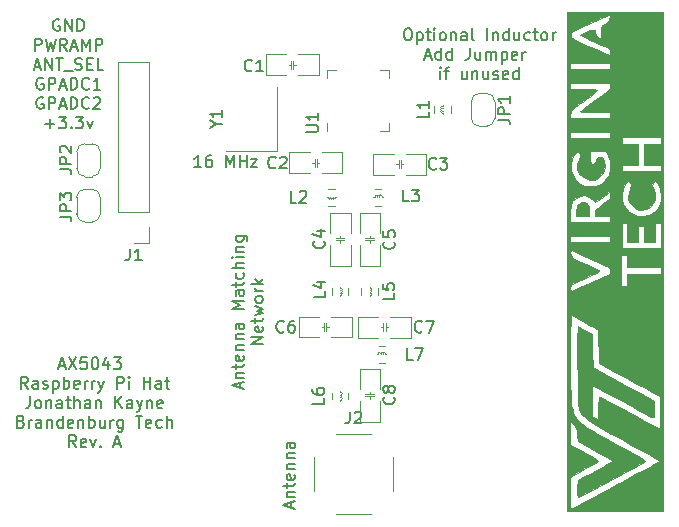
<source format=gto>
G04 #@! TF.GenerationSoftware,KiCad,Pcbnew,(5.1.0)-1*
G04 #@! TF.CreationDate,2019-06-07T11:38:14-04:00*
G04 #@! TF.ProjectId,PiHat_AX5043_JZK,50694861-745f-4415-9835-3034335f4a5a,rev?*
G04 #@! TF.SameCoordinates,Original*
G04 #@! TF.FileFunction,Legend,Top*
G04 #@! TF.FilePolarity,Positive*
%FSLAX46Y46*%
G04 Gerber Fmt 4.6, Leading zero omitted, Abs format (unit mm)*
G04 Created by KiCad (PCBNEW (5.1.0)-1) date 2019-06-07 11:38:14*
%MOMM*%
%LPD*%
G04 APERTURE LIST*
%ADD10C,0.150000*%
%ADD11C,0.010000*%
%ADD12C,0.050000*%
%ADD13C,0.120000*%
G04 APERTURE END LIST*
D10*
X218628571Y-117452380D02*
X218057142Y-117452380D01*
X218342857Y-117452380D02*
X218342857Y-116452380D01*
X218247619Y-116595238D01*
X218152380Y-116690476D01*
X218057142Y-116738095D01*
X219485714Y-116452380D02*
X219295238Y-116452380D01*
X219200000Y-116500000D01*
X219152380Y-116547619D01*
X219057142Y-116690476D01*
X219009523Y-116880952D01*
X219009523Y-117261904D01*
X219057142Y-117357142D01*
X219104761Y-117404761D01*
X219200000Y-117452380D01*
X219390476Y-117452380D01*
X219485714Y-117404761D01*
X219533333Y-117357142D01*
X219580952Y-117261904D01*
X219580952Y-117023809D01*
X219533333Y-116928571D01*
X219485714Y-116880952D01*
X219390476Y-116833333D01*
X219200000Y-116833333D01*
X219104761Y-116880952D01*
X219057142Y-116928571D01*
X219009523Y-117023809D01*
X220771428Y-117452380D02*
X220771428Y-116452380D01*
X221104761Y-117166666D01*
X221438095Y-116452380D01*
X221438095Y-117452380D01*
X221914285Y-117452380D02*
X221914285Y-116452380D01*
X221914285Y-116928571D02*
X222485714Y-116928571D01*
X222485714Y-117452380D02*
X222485714Y-116452380D01*
X222866666Y-116785714D02*
X223390476Y-116785714D01*
X222866666Y-117452380D01*
X223390476Y-117452380D01*
X221941666Y-136176190D02*
X221941666Y-135700000D01*
X222227380Y-136271428D02*
X221227380Y-135938095D01*
X222227380Y-135604761D01*
X221560714Y-135271428D02*
X222227380Y-135271428D01*
X221655952Y-135271428D02*
X221608333Y-135223809D01*
X221560714Y-135128571D01*
X221560714Y-134985714D01*
X221608333Y-134890476D01*
X221703571Y-134842857D01*
X222227380Y-134842857D01*
X221560714Y-134509523D02*
X221560714Y-134128571D01*
X221227380Y-134366666D02*
X222084523Y-134366666D01*
X222179761Y-134319047D01*
X222227380Y-134223809D01*
X222227380Y-134128571D01*
X222179761Y-133414285D02*
X222227380Y-133509523D01*
X222227380Y-133700000D01*
X222179761Y-133795238D01*
X222084523Y-133842857D01*
X221703571Y-133842857D01*
X221608333Y-133795238D01*
X221560714Y-133700000D01*
X221560714Y-133509523D01*
X221608333Y-133414285D01*
X221703571Y-133366666D01*
X221798809Y-133366666D01*
X221894047Y-133842857D01*
X221560714Y-132938095D02*
X222227380Y-132938095D01*
X221655952Y-132938095D02*
X221608333Y-132890476D01*
X221560714Y-132795238D01*
X221560714Y-132652380D01*
X221608333Y-132557142D01*
X221703571Y-132509523D01*
X222227380Y-132509523D01*
X221560714Y-132033333D02*
X222227380Y-132033333D01*
X221655952Y-132033333D02*
X221608333Y-131985714D01*
X221560714Y-131890476D01*
X221560714Y-131747619D01*
X221608333Y-131652380D01*
X221703571Y-131604761D01*
X222227380Y-131604761D01*
X222227380Y-130700000D02*
X221703571Y-130700000D01*
X221608333Y-130747619D01*
X221560714Y-130842857D01*
X221560714Y-131033333D01*
X221608333Y-131128571D01*
X222179761Y-130700000D02*
X222227380Y-130795238D01*
X222227380Y-131033333D01*
X222179761Y-131128571D01*
X222084523Y-131176190D01*
X221989285Y-131176190D01*
X221894047Y-131128571D01*
X221846428Y-131033333D01*
X221846428Y-130795238D01*
X221798809Y-130700000D01*
X222227380Y-129461904D02*
X221227380Y-129461904D01*
X221941666Y-129128571D01*
X221227380Y-128795238D01*
X222227380Y-128795238D01*
X222227380Y-127890476D02*
X221703571Y-127890476D01*
X221608333Y-127938095D01*
X221560714Y-128033333D01*
X221560714Y-128223809D01*
X221608333Y-128319047D01*
X222179761Y-127890476D02*
X222227380Y-127985714D01*
X222227380Y-128223809D01*
X222179761Y-128319047D01*
X222084523Y-128366666D01*
X221989285Y-128366666D01*
X221894047Y-128319047D01*
X221846428Y-128223809D01*
X221846428Y-127985714D01*
X221798809Y-127890476D01*
X221560714Y-127557142D02*
X221560714Y-127176190D01*
X221227380Y-127414285D02*
X222084523Y-127414285D01*
X222179761Y-127366666D01*
X222227380Y-127271428D01*
X222227380Y-127176190D01*
X222179761Y-126414285D02*
X222227380Y-126509523D01*
X222227380Y-126700000D01*
X222179761Y-126795238D01*
X222132142Y-126842857D01*
X222036904Y-126890476D01*
X221751190Y-126890476D01*
X221655952Y-126842857D01*
X221608333Y-126795238D01*
X221560714Y-126700000D01*
X221560714Y-126509523D01*
X221608333Y-126414285D01*
X222227380Y-125985714D02*
X221227380Y-125985714D01*
X222227380Y-125557142D02*
X221703571Y-125557142D01*
X221608333Y-125604761D01*
X221560714Y-125700000D01*
X221560714Y-125842857D01*
X221608333Y-125938095D01*
X221655952Y-125985714D01*
X222227380Y-125080952D02*
X221560714Y-125080952D01*
X221227380Y-125080952D02*
X221275000Y-125128571D01*
X221322619Y-125080952D01*
X221275000Y-125033333D01*
X221227380Y-125080952D01*
X221322619Y-125080952D01*
X221560714Y-124604761D02*
X222227380Y-124604761D01*
X221655952Y-124604761D02*
X221608333Y-124557142D01*
X221560714Y-124461904D01*
X221560714Y-124319047D01*
X221608333Y-124223809D01*
X221703571Y-124176190D01*
X222227380Y-124176190D01*
X221560714Y-123271428D02*
X222370238Y-123271428D01*
X222465476Y-123319047D01*
X222513095Y-123366666D01*
X222560714Y-123461904D01*
X222560714Y-123604761D01*
X222513095Y-123700000D01*
X222179761Y-123271428D02*
X222227380Y-123366666D01*
X222227380Y-123557142D01*
X222179761Y-123652380D01*
X222132142Y-123700000D01*
X222036904Y-123747619D01*
X221751190Y-123747619D01*
X221655952Y-123700000D01*
X221608333Y-123652380D01*
X221560714Y-123557142D01*
X221560714Y-123366666D01*
X221608333Y-123271428D01*
X223877380Y-132390476D02*
X222877380Y-132390476D01*
X223877380Y-131819047D01*
X222877380Y-131819047D01*
X223829761Y-130961904D02*
X223877380Y-131057142D01*
X223877380Y-131247619D01*
X223829761Y-131342857D01*
X223734523Y-131390476D01*
X223353571Y-131390476D01*
X223258333Y-131342857D01*
X223210714Y-131247619D01*
X223210714Y-131057142D01*
X223258333Y-130961904D01*
X223353571Y-130914285D01*
X223448809Y-130914285D01*
X223544047Y-131390476D01*
X223210714Y-130628571D02*
X223210714Y-130247619D01*
X222877380Y-130485714D02*
X223734523Y-130485714D01*
X223829761Y-130438095D01*
X223877380Y-130342857D01*
X223877380Y-130247619D01*
X223210714Y-130009523D02*
X223877380Y-129819047D01*
X223401190Y-129628571D01*
X223877380Y-129438095D01*
X223210714Y-129247619D01*
X223877380Y-128723809D02*
X223829761Y-128819047D01*
X223782142Y-128866666D01*
X223686904Y-128914285D01*
X223401190Y-128914285D01*
X223305952Y-128866666D01*
X223258333Y-128819047D01*
X223210714Y-128723809D01*
X223210714Y-128580952D01*
X223258333Y-128485714D01*
X223305952Y-128438095D01*
X223401190Y-128390476D01*
X223686904Y-128390476D01*
X223782142Y-128438095D01*
X223829761Y-128485714D01*
X223877380Y-128580952D01*
X223877380Y-128723809D01*
X223877380Y-127961904D02*
X223210714Y-127961904D01*
X223401190Y-127961904D02*
X223305952Y-127914285D01*
X223258333Y-127866666D01*
X223210714Y-127771428D01*
X223210714Y-127676190D01*
X223877380Y-127342857D02*
X222877380Y-127342857D01*
X223496428Y-127247619D02*
X223877380Y-126961904D01*
X223210714Y-126961904D02*
X223591666Y-127342857D01*
X236057142Y-105702380D02*
X236247619Y-105702380D01*
X236342857Y-105750000D01*
X236438095Y-105845238D01*
X236485714Y-106035714D01*
X236485714Y-106369047D01*
X236438095Y-106559523D01*
X236342857Y-106654761D01*
X236247619Y-106702380D01*
X236057142Y-106702380D01*
X235961904Y-106654761D01*
X235866666Y-106559523D01*
X235819047Y-106369047D01*
X235819047Y-106035714D01*
X235866666Y-105845238D01*
X235961904Y-105750000D01*
X236057142Y-105702380D01*
X236914285Y-106035714D02*
X236914285Y-107035714D01*
X236914285Y-106083333D02*
X237009523Y-106035714D01*
X237200000Y-106035714D01*
X237295238Y-106083333D01*
X237342857Y-106130952D01*
X237390476Y-106226190D01*
X237390476Y-106511904D01*
X237342857Y-106607142D01*
X237295238Y-106654761D01*
X237200000Y-106702380D01*
X237009523Y-106702380D01*
X236914285Y-106654761D01*
X237676190Y-106035714D02*
X238057142Y-106035714D01*
X237819047Y-105702380D02*
X237819047Y-106559523D01*
X237866666Y-106654761D01*
X237961904Y-106702380D01*
X238057142Y-106702380D01*
X238390476Y-106702380D02*
X238390476Y-106035714D01*
X238390476Y-105702380D02*
X238342857Y-105750000D01*
X238390476Y-105797619D01*
X238438095Y-105750000D01*
X238390476Y-105702380D01*
X238390476Y-105797619D01*
X239009523Y-106702380D02*
X238914285Y-106654761D01*
X238866666Y-106607142D01*
X238819047Y-106511904D01*
X238819047Y-106226190D01*
X238866666Y-106130952D01*
X238914285Y-106083333D01*
X239009523Y-106035714D01*
X239152380Y-106035714D01*
X239247619Y-106083333D01*
X239295238Y-106130952D01*
X239342857Y-106226190D01*
X239342857Y-106511904D01*
X239295238Y-106607142D01*
X239247619Y-106654761D01*
X239152380Y-106702380D01*
X239009523Y-106702380D01*
X239771428Y-106035714D02*
X239771428Y-106702380D01*
X239771428Y-106130952D02*
X239819047Y-106083333D01*
X239914285Y-106035714D01*
X240057142Y-106035714D01*
X240152380Y-106083333D01*
X240200000Y-106178571D01*
X240200000Y-106702380D01*
X241104761Y-106702380D02*
X241104761Y-106178571D01*
X241057142Y-106083333D01*
X240961904Y-106035714D01*
X240771428Y-106035714D01*
X240676190Y-106083333D01*
X241104761Y-106654761D02*
X241009523Y-106702380D01*
X240771428Y-106702380D01*
X240676190Y-106654761D01*
X240628571Y-106559523D01*
X240628571Y-106464285D01*
X240676190Y-106369047D01*
X240771428Y-106321428D01*
X241009523Y-106321428D01*
X241104761Y-106273809D01*
X241723809Y-106702380D02*
X241628571Y-106654761D01*
X241580952Y-106559523D01*
X241580952Y-105702380D01*
X242866666Y-106702380D02*
X242866666Y-105702380D01*
X243342857Y-106035714D02*
X243342857Y-106702380D01*
X243342857Y-106130952D02*
X243390476Y-106083333D01*
X243485714Y-106035714D01*
X243628571Y-106035714D01*
X243723809Y-106083333D01*
X243771428Y-106178571D01*
X243771428Y-106702380D01*
X244676190Y-106702380D02*
X244676190Y-105702380D01*
X244676190Y-106654761D02*
X244580952Y-106702380D01*
X244390476Y-106702380D01*
X244295238Y-106654761D01*
X244247619Y-106607142D01*
X244200000Y-106511904D01*
X244200000Y-106226190D01*
X244247619Y-106130952D01*
X244295238Y-106083333D01*
X244390476Y-106035714D01*
X244580952Y-106035714D01*
X244676190Y-106083333D01*
X245580952Y-106035714D02*
X245580952Y-106702380D01*
X245152380Y-106035714D02*
X245152380Y-106559523D01*
X245200000Y-106654761D01*
X245295238Y-106702380D01*
X245438095Y-106702380D01*
X245533333Y-106654761D01*
X245580952Y-106607142D01*
X246485714Y-106654761D02*
X246390476Y-106702380D01*
X246200000Y-106702380D01*
X246104761Y-106654761D01*
X246057142Y-106607142D01*
X246009523Y-106511904D01*
X246009523Y-106226190D01*
X246057142Y-106130952D01*
X246104761Y-106083333D01*
X246200000Y-106035714D01*
X246390476Y-106035714D01*
X246485714Y-106083333D01*
X246771428Y-106035714D02*
X247152380Y-106035714D01*
X246914285Y-105702380D02*
X246914285Y-106559523D01*
X246961904Y-106654761D01*
X247057142Y-106702380D01*
X247152380Y-106702380D01*
X247628571Y-106702380D02*
X247533333Y-106654761D01*
X247485714Y-106607142D01*
X247438095Y-106511904D01*
X247438095Y-106226190D01*
X247485714Y-106130952D01*
X247533333Y-106083333D01*
X247628571Y-106035714D01*
X247771428Y-106035714D01*
X247866666Y-106083333D01*
X247914285Y-106130952D01*
X247961904Y-106226190D01*
X247961904Y-106511904D01*
X247914285Y-106607142D01*
X247866666Y-106654761D01*
X247771428Y-106702380D01*
X247628571Y-106702380D01*
X248390476Y-106702380D02*
X248390476Y-106035714D01*
X248390476Y-106226190D02*
X248438095Y-106130952D01*
X248485714Y-106083333D01*
X248580952Y-106035714D01*
X248676190Y-106035714D01*
X237604761Y-108066666D02*
X238080952Y-108066666D01*
X237509523Y-108352380D02*
X237842857Y-107352380D01*
X238176190Y-108352380D01*
X238938095Y-108352380D02*
X238938095Y-107352380D01*
X238938095Y-108304761D02*
X238842857Y-108352380D01*
X238652380Y-108352380D01*
X238557142Y-108304761D01*
X238509523Y-108257142D01*
X238461904Y-108161904D01*
X238461904Y-107876190D01*
X238509523Y-107780952D01*
X238557142Y-107733333D01*
X238652380Y-107685714D01*
X238842857Y-107685714D01*
X238938095Y-107733333D01*
X239842857Y-108352380D02*
X239842857Y-107352380D01*
X239842857Y-108304761D02*
X239747619Y-108352380D01*
X239557142Y-108352380D01*
X239461904Y-108304761D01*
X239414285Y-108257142D01*
X239366666Y-108161904D01*
X239366666Y-107876190D01*
X239414285Y-107780952D01*
X239461904Y-107733333D01*
X239557142Y-107685714D01*
X239747619Y-107685714D01*
X239842857Y-107733333D01*
X241366666Y-107352380D02*
X241366666Y-108066666D01*
X241319047Y-108209523D01*
X241223809Y-108304761D01*
X241080952Y-108352380D01*
X240985714Y-108352380D01*
X242271428Y-107685714D02*
X242271428Y-108352380D01*
X241842857Y-107685714D02*
X241842857Y-108209523D01*
X241890476Y-108304761D01*
X241985714Y-108352380D01*
X242128571Y-108352380D01*
X242223809Y-108304761D01*
X242271428Y-108257142D01*
X242747619Y-108352380D02*
X242747619Y-107685714D01*
X242747619Y-107780952D02*
X242795238Y-107733333D01*
X242890476Y-107685714D01*
X243033333Y-107685714D01*
X243128571Y-107733333D01*
X243176190Y-107828571D01*
X243176190Y-108352380D01*
X243176190Y-107828571D02*
X243223809Y-107733333D01*
X243319047Y-107685714D01*
X243461904Y-107685714D01*
X243557142Y-107733333D01*
X243604761Y-107828571D01*
X243604761Y-108352380D01*
X244080952Y-107685714D02*
X244080952Y-108685714D01*
X244080952Y-107733333D02*
X244176190Y-107685714D01*
X244366666Y-107685714D01*
X244461904Y-107733333D01*
X244509523Y-107780952D01*
X244557142Y-107876190D01*
X244557142Y-108161904D01*
X244509523Y-108257142D01*
X244461904Y-108304761D01*
X244366666Y-108352380D01*
X244176190Y-108352380D01*
X244080952Y-108304761D01*
X245366666Y-108304761D02*
X245271428Y-108352380D01*
X245080952Y-108352380D01*
X244985714Y-108304761D01*
X244938095Y-108209523D01*
X244938095Y-107828571D01*
X244985714Y-107733333D01*
X245080952Y-107685714D01*
X245271428Y-107685714D01*
X245366666Y-107733333D01*
X245414285Y-107828571D01*
X245414285Y-107923809D01*
X244938095Y-108019047D01*
X245842857Y-108352380D02*
X245842857Y-107685714D01*
X245842857Y-107876190D02*
X245890476Y-107780952D01*
X245938095Y-107733333D01*
X246033333Y-107685714D01*
X246128571Y-107685714D01*
X238890476Y-110002380D02*
X238890476Y-109335714D01*
X238890476Y-109002380D02*
X238842857Y-109050000D01*
X238890476Y-109097619D01*
X238938095Y-109050000D01*
X238890476Y-109002380D01*
X238890476Y-109097619D01*
X239223809Y-109335714D02*
X239604761Y-109335714D01*
X239366666Y-110002380D02*
X239366666Y-109145238D01*
X239414285Y-109050000D01*
X239509523Y-109002380D01*
X239604761Y-109002380D01*
X241128571Y-109335714D02*
X241128571Y-110002380D01*
X240700000Y-109335714D02*
X240700000Y-109859523D01*
X240747619Y-109954761D01*
X240842857Y-110002380D01*
X240985714Y-110002380D01*
X241080952Y-109954761D01*
X241128571Y-109907142D01*
X241604761Y-109335714D02*
X241604761Y-110002380D01*
X241604761Y-109430952D02*
X241652380Y-109383333D01*
X241747619Y-109335714D01*
X241890476Y-109335714D01*
X241985714Y-109383333D01*
X242033333Y-109478571D01*
X242033333Y-110002380D01*
X242938095Y-109335714D02*
X242938095Y-110002380D01*
X242509523Y-109335714D02*
X242509523Y-109859523D01*
X242557142Y-109954761D01*
X242652380Y-110002380D01*
X242795238Y-110002380D01*
X242890476Y-109954761D01*
X242938095Y-109907142D01*
X243366666Y-109954761D02*
X243461904Y-110002380D01*
X243652380Y-110002380D01*
X243747619Y-109954761D01*
X243795238Y-109859523D01*
X243795238Y-109811904D01*
X243747619Y-109716666D01*
X243652380Y-109669047D01*
X243509523Y-109669047D01*
X243414285Y-109621428D01*
X243366666Y-109526190D01*
X243366666Y-109478571D01*
X243414285Y-109383333D01*
X243509523Y-109335714D01*
X243652380Y-109335714D01*
X243747619Y-109383333D01*
X244604761Y-109954761D02*
X244509523Y-110002380D01*
X244319047Y-110002380D01*
X244223809Y-109954761D01*
X244176190Y-109859523D01*
X244176190Y-109478571D01*
X244223809Y-109383333D01*
X244319047Y-109335714D01*
X244509523Y-109335714D01*
X244604761Y-109383333D01*
X244652380Y-109478571D01*
X244652380Y-109573809D01*
X244176190Y-109669047D01*
X245509523Y-110002380D02*
X245509523Y-109002380D01*
X245509523Y-109954761D02*
X245414285Y-110002380D01*
X245223809Y-110002380D01*
X245128571Y-109954761D01*
X245080952Y-109907142D01*
X245033333Y-109811904D01*
X245033333Y-109526190D01*
X245080952Y-109430952D01*
X245128571Y-109383333D01*
X245223809Y-109335714D01*
X245414285Y-109335714D01*
X245509523Y-109383333D01*
X226266666Y-146261904D02*
X226266666Y-145785714D01*
X226552380Y-146357142D02*
X225552380Y-146023809D01*
X226552380Y-145690476D01*
X225885714Y-145357142D02*
X226552380Y-145357142D01*
X225980952Y-145357142D02*
X225933333Y-145309523D01*
X225885714Y-145214285D01*
X225885714Y-145071428D01*
X225933333Y-144976190D01*
X226028571Y-144928571D01*
X226552380Y-144928571D01*
X225885714Y-144595238D02*
X225885714Y-144214285D01*
X225552380Y-144452380D02*
X226409523Y-144452380D01*
X226504761Y-144404761D01*
X226552380Y-144309523D01*
X226552380Y-144214285D01*
X226504761Y-143500000D02*
X226552380Y-143595238D01*
X226552380Y-143785714D01*
X226504761Y-143880952D01*
X226409523Y-143928571D01*
X226028571Y-143928571D01*
X225933333Y-143880952D01*
X225885714Y-143785714D01*
X225885714Y-143595238D01*
X225933333Y-143500000D01*
X226028571Y-143452380D01*
X226123809Y-143452380D01*
X226219047Y-143928571D01*
X225885714Y-143023809D02*
X226552380Y-143023809D01*
X225980952Y-143023809D02*
X225933333Y-142976190D01*
X225885714Y-142880952D01*
X225885714Y-142738095D01*
X225933333Y-142642857D01*
X226028571Y-142595238D01*
X226552380Y-142595238D01*
X225885714Y-142119047D02*
X226552380Y-142119047D01*
X225980952Y-142119047D02*
X225933333Y-142071428D01*
X225885714Y-141976190D01*
X225885714Y-141833333D01*
X225933333Y-141738095D01*
X226028571Y-141690476D01*
X226552380Y-141690476D01*
X226552380Y-140785714D02*
X226028571Y-140785714D01*
X225933333Y-140833333D01*
X225885714Y-140928571D01*
X225885714Y-141119047D01*
X225933333Y-141214285D01*
X226504761Y-140785714D02*
X226552380Y-140880952D01*
X226552380Y-141119047D01*
X226504761Y-141214285D01*
X226409523Y-141261904D01*
X226314285Y-141261904D01*
X226219047Y-141214285D01*
X226171428Y-141119047D01*
X226171428Y-140880952D01*
X226123809Y-140785714D01*
X206638095Y-104975000D02*
X206542857Y-104927380D01*
X206400000Y-104927380D01*
X206257142Y-104975000D01*
X206161904Y-105070238D01*
X206114285Y-105165476D01*
X206066666Y-105355952D01*
X206066666Y-105498809D01*
X206114285Y-105689285D01*
X206161904Y-105784523D01*
X206257142Y-105879761D01*
X206400000Y-105927380D01*
X206495238Y-105927380D01*
X206638095Y-105879761D01*
X206685714Y-105832142D01*
X206685714Y-105498809D01*
X206495238Y-105498809D01*
X207114285Y-105927380D02*
X207114285Y-104927380D01*
X207685714Y-105927380D01*
X207685714Y-104927380D01*
X208161904Y-105927380D02*
X208161904Y-104927380D01*
X208400000Y-104927380D01*
X208542857Y-104975000D01*
X208638095Y-105070238D01*
X208685714Y-105165476D01*
X208733333Y-105355952D01*
X208733333Y-105498809D01*
X208685714Y-105689285D01*
X208638095Y-105784523D01*
X208542857Y-105879761D01*
X208400000Y-105927380D01*
X208161904Y-105927380D01*
X204566666Y-107577380D02*
X204566666Y-106577380D01*
X204947619Y-106577380D01*
X205042857Y-106625000D01*
X205090476Y-106672619D01*
X205138095Y-106767857D01*
X205138095Y-106910714D01*
X205090476Y-107005952D01*
X205042857Y-107053571D01*
X204947619Y-107101190D01*
X204566666Y-107101190D01*
X205471428Y-106577380D02*
X205709523Y-107577380D01*
X205900000Y-106863095D01*
X206090476Y-107577380D01*
X206328571Y-106577380D01*
X207280952Y-107577380D02*
X206947619Y-107101190D01*
X206709523Y-107577380D02*
X206709523Y-106577380D01*
X207090476Y-106577380D01*
X207185714Y-106625000D01*
X207233333Y-106672619D01*
X207280952Y-106767857D01*
X207280952Y-106910714D01*
X207233333Y-107005952D01*
X207185714Y-107053571D01*
X207090476Y-107101190D01*
X206709523Y-107101190D01*
X207661904Y-107291666D02*
X208138095Y-107291666D01*
X207566666Y-107577380D02*
X207900000Y-106577380D01*
X208233333Y-107577380D01*
X208566666Y-107577380D02*
X208566666Y-106577380D01*
X208900000Y-107291666D01*
X209233333Y-106577380D01*
X209233333Y-107577380D01*
X209709523Y-107577380D02*
X209709523Y-106577380D01*
X210090476Y-106577380D01*
X210185714Y-106625000D01*
X210233333Y-106672619D01*
X210280952Y-106767857D01*
X210280952Y-106910714D01*
X210233333Y-107005952D01*
X210185714Y-107053571D01*
X210090476Y-107101190D01*
X209709523Y-107101190D01*
X204542857Y-108941666D02*
X205019047Y-108941666D01*
X204447619Y-109227380D02*
X204780952Y-108227380D01*
X205114285Y-109227380D01*
X205447619Y-109227380D02*
X205447619Y-108227380D01*
X206019047Y-109227380D01*
X206019047Y-108227380D01*
X206352380Y-108227380D02*
X206923809Y-108227380D01*
X206638095Y-109227380D02*
X206638095Y-108227380D01*
X207019047Y-109322619D02*
X207780952Y-109322619D01*
X207971428Y-109179761D02*
X208114285Y-109227380D01*
X208352380Y-109227380D01*
X208447619Y-109179761D01*
X208495238Y-109132142D01*
X208542857Y-109036904D01*
X208542857Y-108941666D01*
X208495238Y-108846428D01*
X208447619Y-108798809D01*
X208352380Y-108751190D01*
X208161904Y-108703571D01*
X208066666Y-108655952D01*
X208019047Y-108608333D01*
X207971428Y-108513095D01*
X207971428Y-108417857D01*
X208019047Y-108322619D01*
X208066666Y-108275000D01*
X208161904Y-108227380D01*
X208400000Y-108227380D01*
X208542857Y-108275000D01*
X208971428Y-108703571D02*
X209304761Y-108703571D01*
X209447619Y-109227380D02*
X208971428Y-109227380D01*
X208971428Y-108227380D01*
X209447619Y-108227380D01*
X210352380Y-109227380D02*
X209876190Y-109227380D01*
X209876190Y-108227380D01*
X205257142Y-109925000D02*
X205161904Y-109877380D01*
X205019047Y-109877380D01*
X204876190Y-109925000D01*
X204780952Y-110020238D01*
X204733333Y-110115476D01*
X204685714Y-110305952D01*
X204685714Y-110448809D01*
X204733333Y-110639285D01*
X204780952Y-110734523D01*
X204876190Y-110829761D01*
X205019047Y-110877380D01*
X205114285Y-110877380D01*
X205257142Y-110829761D01*
X205304761Y-110782142D01*
X205304761Y-110448809D01*
X205114285Y-110448809D01*
X205733333Y-110877380D02*
X205733333Y-109877380D01*
X206114285Y-109877380D01*
X206209523Y-109925000D01*
X206257142Y-109972619D01*
X206304761Y-110067857D01*
X206304761Y-110210714D01*
X206257142Y-110305952D01*
X206209523Y-110353571D01*
X206114285Y-110401190D01*
X205733333Y-110401190D01*
X206685714Y-110591666D02*
X207161904Y-110591666D01*
X206590476Y-110877380D02*
X206923809Y-109877380D01*
X207257142Y-110877380D01*
X207590476Y-110877380D02*
X207590476Y-109877380D01*
X207828571Y-109877380D01*
X207971428Y-109925000D01*
X208066666Y-110020238D01*
X208114285Y-110115476D01*
X208161904Y-110305952D01*
X208161904Y-110448809D01*
X208114285Y-110639285D01*
X208066666Y-110734523D01*
X207971428Y-110829761D01*
X207828571Y-110877380D01*
X207590476Y-110877380D01*
X209161904Y-110782142D02*
X209114285Y-110829761D01*
X208971428Y-110877380D01*
X208876190Y-110877380D01*
X208733333Y-110829761D01*
X208638095Y-110734523D01*
X208590476Y-110639285D01*
X208542857Y-110448809D01*
X208542857Y-110305952D01*
X208590476Y-110115476D01*
X208638095Y-110020238D01*
X208733333Y-109925000D01*
X208876190Y-109877380D01*
X208971428Y-109877380D01*
X209114285Y-109925000D01*
X209161904Y-109972619D01*
X210114285Y-110877380D02*
X209542857Y-110877380D01*
X209828571Y-110877380D02*
X209828571Y-109877380D01*
X209733333Y-110020238D01*
X209638095Y-110115476D01*
X209542857Y-110163095D01*
X205257142Y-111575000D02*
X205161904Y-111527380D01*
X205019047Y-111527380D01*
X204876190Y-111575000D01*
X204780952Y-111670238D01*
X204733333Y-111765476D01*
X204685714Y-111955952D01*
X204685714Y-112098809D01*
X204733333Y-112289285D01*
X204780952Y-112384523D01*
X204876190Y-112479761D01*
X205019047Y-112527380D01*
X205114285Y-112527380D01*
X205257142Y-112479761D01*
X205304761Y-112432142D01*
X205304761Y-112098809D01*
X205114285Y-112098809D01*
X205733333Y-112527380D02*
X205733333Y-111527380D01*
X206114285Y-111527380D01*
X206209523Y-111575000D01*
X206257142Y-111622619D01*
X206304761Y-111717857D01*
X206304761Y-111860714D01*
X206257142Y-111955952D01*
X206209523Y-112003571D01*
X206114285Y-112051190D01*
X205733333Y-112051190D01*
X206685714Y-112241666D02*
X207161904Y-112241666D01*
X206590476Y-112527380D02*
X206923809Y-111527380D01*
X207257142Y-112527380D01*
X207590476Y-112527380D02*
X207590476Y-111527380D01*
X207828571Y-111527380D01*
X207971428Y-111575000D01*
X208066666Y-111670238D01*
X208114285Y-111765476D01*
X208161904Y-111955952D01*
X208161904Y-112098809D01*
X208114285Y-112289285D01*
X208066666Y-112384523D01*
X207971428Y-112479761D01*
X207828571Y-112527380D01*
X207590476Y-112527380D01*
X209161904Y-112432142D02*
X209114285Y-112479761D01*
X208971428Y-112527380D01*
X208876190Y-112527380D01*
X208733333Y-112479761D01*
X208638095Y-112384523D01*
X208590476Y-112289285D01*
X208542857Y-112098809D01*
X208542857Y-111955952D01*
X208590476Y-111765476D01*
X208638095Y-111670238D01*
X208733333Y-111575000D01*
X208876190Y-111527380D01*
X208971428Y-111527380D01*
X209114285Y-111575000D01*
X209161904Y-111622619D01*
X209542857Y-111622619D02*
X209590476Y-111575000D01*
X209685714Y-111527380D01*
X209923809Y-111527380D01*
X210019047Y-111575000D01*
X210066666Y-111622619D01*
X210114285Y-111717857D01*
X210114285Y-111813095D01*
X210066666Y-111955952D01*
X209495238Y-112527380D01*
X210114285Y-112527380D01*
X205447619Y-113796428D02*
X206209523Y-113796428D01*
X205828571Y-114177380D02*
X205828571Y-113415476D01*
X206590476Y-113177380D02*
X207209523Y-113177380D01*
X206876190Y-113558333D01*
X207019047Y-113558333D01*
X207114285Y-113605952D01*
X207161904Y-113653571D01*
X207209523Y-113748809D01*
X207209523Y-113986904D01*
X207161904Y-114082142D01*
X207114285Y-114129761D01*
X207019047Y-114177380D01*
X206733333Y-114177380D01*
X206638095Y-114129761D01*
X206590476Y-114082142D01*
X207638095Y-114082142D02*
X207685714Y-114129761D01*
X207638095Y-114177380D01*
X207590476Y-114129761D01*
X207638095Y-114082142D01*
X207638095Y-114177380D01*
X208019047Y-113177380D02*
X208638095Y-113177380D01*
X208304761Y-113558333D01*
X208447619Y-113558333D01*
X208542857Y-113605952D01*
X208590476Y-113653571D01*
X208638095Y-113748809D01*
X208638095Y-113986904D01*
X208590476Y-114082142D01*
X208542857Y-114129761D01*
X208447619Y-114177380D01*
X208161904Y-114177380D01*
X208066666Y-114129761D01*
X208019047Y-114082142D01*
X208971428Y-113510714D02*
X209209523Y-114177380D01*
X209447619Y-113510714D01*
X206600000Y-134266666D02*
X207076190Y-134266666D01*
X206504761Y-134552380D02*
X206838095Y-133552380D01*
X207171428Y-134552380D01*
X207409523Y-133552380D02*
X208076190Y-134552380D01*
X208076190Y-133552380D02*
X207409523Y-134552380D01*
X208933333Y-133552380D02*
X208457142Y-133552380D01*
X208409523Y-134028571D01*
X208457142Y-133980952D01*
X208552380Y-133933333D01*
X208790476Y-133933333D01*
X208885714Y-133980952D01*
X208933333Y-134028571D01*
X208980952Y-134123809D01*
X208980952Y-134361904D01*
X208933333Y-134457142D01*
X208885714Y-134504761D01*
X208790476Y-134552380D01*
X208552380Y-134552380D01*
X208457142Y-134504761D01*
X208409523Y-134457142D01*
X209600000Y-133552380D02*
X209695238Y-133552380D01*
X209790476Y-133600000D01*
X209838095Y-133647619D01*
X209885714Y-133742857D01*
X209933333Y-133933333D01*
X209933333Y-134171428D01*
X209885714Y-134361904D01*
X209838095Y-134457142D01*
X209790476Y-134504761D01*
X209695238Y-134552380D01*
X209600000Y-134552380D01*
X209504761Y-134504761D01*
X209457142Y-134457142D01*
X209409523Y-134361904D01*
X209361904Y-134171428D01*
X209361904Y-133933333D01*
X209409523Y-133742857D01*
X209457142Y-133647619D01*
X209504761Y-133600000D01*
X209600000Y-133552380D01*
X210790476Y-133885714D02*
X210790476Y-134552380D01*
X210552380Y-133504761D02*
X210314285Y-134219047D01*
X210933333Y-134219047D01*
X211219047Y-133552380D02*
X211838095Y-133552380D01*
X211504761Y-133933333D01*
X211647619Y-133933333D01*
X211742857Y-133980952D01*
X211790476Y-134028571D01*
X211838095Y-134123809D01*
X211838095Y-134361904D01*
X211790476Y-134457142D01*
X211742857Y-134504761D01*
X211647619Y-134552380D01*
X211361904Y-134552380D01*
X211266666Y-134504761D01*
X211219047Y-134457142D01*
X203957142Y-136202380D02*
X203623809Y-135726190D01*
X203385714Y-136202380D02*
X203385714Y-135202380D01*
X203766666Y-135202380D01*
X203861904Y-135250000D01*
X203909523Y-135297619D01*
X203957142Y-135392857D01*
X203957142Y-135535714D01*
X203909523Y-135630952D01*
X203861904Y-135678571D01*
X203766666Y-135726190D01*
X203385714Y-135726190D01*
X204814285Y-136202380D02*
X204814285Y-135678571D01*
X204766666Y-135583333D01*
X204671428Y-135535714D01*
X204480952Y-135535714D01*
X204385714Y-135583333D01*
X204814285Y-136154761D02*
X204719047Y-136202380D01*
X204480952Y-136202380D01*
X204385714Y-136154761D01*
X204338095Y-136059523D01*
X204338095Y-135964285D01*
X204385714Y-135869047D01*
X204480952Y-135821428D01*
X204719047Y-135821428D01*
X204814285Y-135773809D01*
X205242857Y-136154761D02*
X205338095Y-136202380D01*
X205528571Y-136202380D01*
X205623809Y-136154761D01*
X205671428Y-136059523D01*
X205671428Y-136011904D01*
X205623809Y-135916666D01*
X205528571Y-135869047D01*
X205385714Y-135869047D01*
X205290476Y-135821428D01*
X205242857Y-135726190D01*
X205242857Y-135678571D01*
X205290476Y-135583333D01*
X205385714Y-135535714D01*
X205528571Y-135535714D01*
X205623809Y-135583333D01*
X206100000Y-135535714D02*
X206100000Y-136535714D01*
X206100000Y-135583333D02*
X206195238Y-135535714D01*
X206385714Y-135535714D01*
X206480952Y-135583333D01*
X206528571Y-135630952D01*
X206576190Y-135726190D01*
X206576190Y-136011904D01*
X206528571Y-136107142D01*
X206480952Y-136154761D01*
X206385714Y-136202380D01*
X206195238Y-136202380D01*
X206100000Y-136154761D01*
X207004761Y-136202380D02*
X207004761Y-135202380D01*
X207004761Y-135583333D02*
X207100000Y-135535714D01*
X207290476Y-135535714D01*
X207385714Y-135583333D01*
X207433333Y-135630952D01*
X207480952Y-135726190D01*
X207480952Y-136011904D01*
X207433333Y-136107142D01*
X207385714Y-136154761D01*
X207290476Y-136202380D01*
X207100000Y-136202380D01*
X207004761Y-136154761D01*
X208290476Y-136154761D02*
X208195238Y-136202380D01*
X208004761Y-136202380D01*
X207909523Y-136154761D01*
X207861904Y-136059523D01*
X207861904Y-135678571D01*
X207909523Y-135583333D01*
X208004761Y-135535714D01*
X208195238Y-135535714D01*
X208290476Y-135583333D01*
X208338095Y-135678571D01*
X208338095Y-135773809D01*
X207861904Y-135869047D01*
X208766666Y-136202380D02*
X208766666Y-135535714D01*
X208766666Y-135726190D02*
X208814285Y-135630952D01*
X208861904Y-135583333D01*
X208957142Y-135535714D01*
X209052380Y-135535714D01*
X209385714Y-136202380D02*
X209385714Y-135535714D01*
X209385714Y-135726190D02*
X209433333Y-135630952D01*
X209480952Y-135583333D01*
X209576190Y-135535714D01*
X209671428Y-135535714D01*
X209909523Y-135535714D02*
X210147619Y-136202380D01*
X210385714Y-135535714D02*
X210147619Y-136202380D01*
X210052380Y-136440476D01*
X210004761Y-136488095D01*
X209909523Y-136535714D01*
X211528571Y-136202380D02*
X211528571Y-135202380D01*
X211909523Y-135202380D01*
X212004761Y-135250000D01*
X212052380Y-135297619D01*
X212100000Y-135392857D01*
X212100000Y-135535714D01*
X212052380Y-135630952D01*
X212004761Y-135678571D01*
X211909523Y-135726190D01*
X211528571Y-135726190D01*
X212528571Y-136202380D02*
X212528571Y-135535714D01*
X212528571Y-135202380D02*
X212480952Y-135250000D01*
X212528571Y-135297619D01*
X212576190Y-135250000D01*
X212528571Y-135202380D01*
X212528571Y-135297619D01*
X213766666Y-136202380D02*
X213766666Y-135202380D01*
X213766666Y-135678571D02*
X214338095Y-135678571D01*
X214338095Y-136202380D02*
X214338095Y-135202380D01*
X215242857Y-136202380D02*
X215242857Y-135678571D01*
X215195238Y-135583333D01*
X215100000Y-135535714D01*
X214909523Y-135535714D01*
X214814285Y-135583333D01*
X215242857Y-136154761D02*
X215147619Y-136202380D01*
X214909523Y-136202380D01*
X214814285Y-136154761D01*
X214766666Y-136059523D01*
X214766666Y-135964285D01*
X214814285Y-135869047D01*
X214909523Y-135821428D01*
X215147619Y-135821428D01*
X215242857Y-135773809D01*
X215576190Y-135535714D02*
X215957142Y-135535714D01*
X215719047Y-135202380D02*
X215719047Y-136059523D01*
X215766666Y-136154761D01*
X215861904Y-136202380D01*
X215957142Y-136202380D01*
X204147619Y-136852380D02*
X204147619Y-137566666D01*
X204100000Y-137709523D01*
X204004761Y-137804761D01*
X203861904Y-137852380D01*
X203766666Y-137852380D01*
X204766666Y-137852380D02*
X204671428Y-137804761D01*
X204623809Y-137757142D01*
X204576190Y-137661904D01*
X204576190Y-137376190D01*
X204623809Y-137280952D01*
X204671428Y-137233333D01*
X204766666Y-137185714D01*
X204909523Y-137185714D01*
X205004761Y-137233333D01*
X205052380Y-137280952D01*
X205100000Y-137376190D01*
X205100000Y-137661904D01*
X205052380Y-137757142D01*
X205004761Y-137804761D01*
X204909523Y-137852380D01*
X204766666Y-137852380D01*
X205528571Y-137185714D02*
X205528571Y-137852380D01*
X205528571Y-137280952D02*
X205576190Y-137233333D01*
X205671428Y-137185714D01*
X205814285Y-137185714D01*
X205909523Y-137233333D01*
X205957142Y-137328571D01*
X205957142Y-137852380D01*
X206861904Y-137852380D02*
X206861904Y-137328571D01*
X206814285Y-137233333D01*
X206719047Y-137185714D01*
X206528571Y-137185714D01*
X206433333Y-137233333D01*
X206861904Y-137804761D02*
X206766666Y-137852380D01*
X206528571Y-137852380D01*
X206433333Y-137804761D01*
X206385714Y-137709523D01*
X206385714Y-137614285D01*
X206433333Y-137519047D01*
X206528571Y-137471428D01*
X206766666Y-137471428D01*
X206861904Y-137423809D01*
X207195238Y-137185714D02*
X207576190Y-137185714D01*
X207338095Y-136852380D02*
X207338095Y-137709523D01*
X207385714Y-137804761D01*
X207480952Y-137852380D01*
X207576190Y-137852380D01*
X207909523Y-137852380D02*
X207909523Y-136852380D01*
X208338095Y-137852380D02*
X208338095Y-137328571D01*
X208290476Y-137233333D01*
X208195238Y-137185714D01*
X208052380Y-137185714D01*
X207957142Y-137233333D01*
X207909523Y-137280952D01*
X209242857Y-137852380D02*
X209242857Y-137328571D01*
X209195238Y-137233333D01*
X209100000Y-137185714D01*
X208909523Y-137185714D01*
X208814285Y-137233333D01*
X209242857Y-137804761D02*
X209147619Y-137852380D01*
X208909523Y-137852380D01*
X208814285Y-137804761D01*
X208766666Y-137709523D01*
X208766666Y-137614285D01*
X208814285Y-137519047D01*
X208909523Y-137471428D01*
X209147619Y-137471428D01*
X209242857Y-137423809D01*
X209719047Y-137185714D02*
X209719047Y-137852380D01*
X209719047Y-137280952D02*
X209766666Y-137233333D01*
X209861904Y-137185714D01*
X210004761Y-137185714D01*
X210100000Y-137233333D01*
X210147619Y-137328571D01*
X210147619Y-137852380D01*
X211385714Y-137852380D02*
X211385714Y-136852380D01*
X211957142Y-137852380D02*
X211528571Y-137280952D01*
X211957142Y-136852380D02*
X211385714Y-137423809D01*
X212814285Y-137852380D02*
X212814285Y-137328571D01*
X212766666Y-137233333D01*
X212671428Y-137185714D01*
X212480952Y-137185714D01*
X212385714Y-137233333D01*
X212814285Y-137804761D02*
X212719047Y-137852380D01*
X212480952Y-137852380D01*
X212385714Y-137804761D01*
X212338095Y-137709523D01*
X212338095Y-137614285D01*
X212385714Y-137519047D01*
X212480952Y-137471428D01*
X212719047Y-137471428D01*
X212814285Y-137423809D01*
X213195238Y-137185714D02*
X213433333Y-137852380D01*
X213671428Y-137185714D02*
X213433333Y-137852380D01*
X213338095Y-138090476D01*
X213290476Y-138138095D01*
X213195238Y-138185714D01*
X214052380Y-137185714D02*
X214052380Y-137852380D01*
X214052380Y-137280952D02*
X214100000Y-137233333D01*
X214195238Y-137185714D01*
X214338095Y-137185714D01*
X214433333Y-137233333D01*
X214480952Y-137328571D01*
X214480952Y-137852380D01*
X215338095Y-137804761D02*
X215242857Y-137852380D01*
X215052380Y-137852380D01*
X214957142Y-137804761D01*
X214909523Y-137709523D01*
X214909523Y-137328571D01*
X214957142Y-137233333D01*
X215052380Y-137185714D01*
X215242857Y-137185714D01*
X215338095Y-137233333D01*
X215385714Y-137328571D01*
X215385714Y-137423809D01*
X214909523Y-137519047D01*
X203385714Y-138978571D02*
X203528571Y-139026190D01*
X203576190Y-139073809D01*
X203623809Y-139169047D01*
X203623809Y-139311904D01*
X203576190Y-139407142D01*
X203528571Y-139454761D01*
X203433333Y-139502380D01*
X203052380Y-139502380D01*
X203052380Y-138502380D01*
X203385714Y-138502380D01*
X203480952Y-138550000D01*
X203528571Y-138597619D01*
X203576190Y-138692857D01*
X203576190Y-138788095D01*
X203528571Y-138883333D01*
X203480952Y-138930952D01*
X203385714Y-138978571D01*
X203052380Y-138978571D01*
X204052380Y-139502380D02*
X204052380Y-138835714D01*
X204052380Y-139026190D02*
X204100000Y-138930952D01*
X204147619Y-138883333D01*
X204242857Y-138835714D01*
X204338095Y-138835714D01*
X205100000Y-139502380D02*
X205100000Y-138978571D01*
X205052380Y-138883333D01*
X204957142Y-138835714D01*
X204766666Y-138835714D01*
X204671428Y-138883333D01*
X205100000Y-139454761D02*
X205004761Y-139502380D01*
X204766666Y-139502380D01*
X204671428Y-139454761D01*
X204623809Y-139359523D01*
X204623809Y-139264285D01*
X204671428Y-139169047D01*
X204766666Y-139121428D01*
X205004761Y-139121428D01*
X205100000Y-139073809D01*
X205576190Y-138835714D02*
X205576190Y-139502380D01*
X205576190Y-138930952D02*
X205623809Y-138883333D01*
X205719047Y-138835714D01*
X205861904Y-138835714D01*
X205957142Y-138883333D01*
X206004761Y-138978571D01*
X206004761Y-139502380D01*
X206909523Y-139502380D02*
X206909523Y-138502380D01*
X206909523Y-139454761D02*
X206814285Y-139502380D01*
X206623809Y-139502380D01*
X206528571Y-139454761D01*
X206480952Y-139407142D01*
X206433333Y-139311904D01*
X206433333Y-139026190D01*
X206480952Y-138930952D01*
X206528571Y-138883333D01*
X206623809Y-138835714D01*
X206814285Y-138835714D01*
X206909523Y-138883333D01*
X207766666Y-139454761D02*
X207671428Y-139502380D01*
X207480952Y-139502380D01*
X207385714Y-139454761D01*
X207338095Y-139359523D01*
X207338095Y-138978571D01*
X207385714Y-138883333D01*
X207480952Y-138835714D01*
X207671428Y-138835714D01*
X207766666Y-138883333D01*
X207814285Y-138978571D01*
X207814285Y-139073809D01*
X207338095Y-139169047D01*
X208242857Y-138835714D02*
X208242857Y-139502380D01*
X208242857Y-138930952D02*
X208290476Y-138883333D01*
X208385714Y-138835714D01*
X208528571Y-138835714D01*
X208623809Y-138883333D01*
X208671428Y-138978571D01*
X208671428Y-139502380D01*
X209147619Y-139502380D02*
X209147619Y-138502380D01*
X209147619Y-138883333D02*
X209242857Y-138835714D01*
X209433333Y-138835714D01*
X209528571Y-138883333D01*
X209576190Y-138930952D01*
X209623809Y-139026190D01*
X209623809Y-139311904D01*
X209576190Y-139407142D01*
X209528571Y-139454761D01*
X209433333Y-139502380D01*
X209242857Y-139502380D01*
X209147619Y-139454761D01*
X210480952Y-138835714D02*
X210480952Y-139502380D01*
X210052380Y-138835714D02*
X210052380Y-139359523D01*
X210100000Y-139454761D01*
X210195238Y-139502380D01*
X210338095Y-139502380D01*
X210433333Y-139454761D01*
X210480952Y-139407142D01*
X210957142Y-139502380D02*
X210957142Y-138835714D01*
X210957142Y-139026190D02*
X211004761Y-138930952D01*
X211052380Y-138883333D01*
X211147619Y-138835714D01*
X211242857Y-138835714D01*
X212004761Y-138835714D02*
X212004761Y-139645238D01*
X211957142Y-139740476D01*
X211909523Y-139788095D01*
X211814285Y-139835714D01*
X211671428Y-139835714D01*
X211576190Y-139788095D01*
X212004761Y-139454761D02*
X211909523Y-139502380D01*
X211719047Y-139502380D01*
X211623809Y-139454761D01*
X211576190Y-139407142D01*
X211528571Y-139311904D01*
X211528571Y-139026190D01*
X211576190Y-138930952D01*
X211623809Y-138883333D01*
X211719047Y-138835714D01*
X211909523Y-138835714D01*
X212004761Y-138883333D01*
X213100000Y-138502380D02*
X213671428Y-138502380D01*
X213385714Y-139502380D02*
X213385714Y-138502380D01*
X214385714Y-139454761D02*
X214290476Y-139502380D01*
X214100000Y-139502380D01*
X214004761Y-139454761D01*
X213957142Y-139359523D01*
X213957142Y-138978571D01*
X214004761Y-138883333D01*
X214100000Y-138835714D01*
X214290476Y-138835714D01*
X214385714Y-138883333D01*
X214433333Y-138978571D01*
X214433333Y-139073809D01*
X213957142Y-139169047D01*
X215290476Y-139454761D02*
X215195238Y-139502380D01*
X215004761Y-139502380D01*
X214909523Y-139454761D01*
X214861904Y-139407142D01*
X214814285Y-139311904D01*
X214814285Y-139026190D01*
X214861904Y-138930952D01*
X214909523Y-138883333D01*
X215004761Y-138835714D01*
X215195238Y-138835714D01*
X215290476Y-138883333D01*
X215719047Y-139502380D02*
X215719047Y-138502380D01*
X216147619Y-139502380D02*
X216147619Y-138978571D01*
X216100000Y-138883333D01*
X216004761Y-138835714D01*
X215861904Y-138835714D01*
X215766666Y-138883333D01*
X215719047Y-138930952D01*
X208052380Y-141152380D02*
X207719047Y-140676190D01*
X207480952Y-141152380D02*
X207480952Y-140152380D01*
X207861904Y-140152380D01*
X207957142Y-140200000D01*
X208004761Y-140247619D01*
X208052380Y-140342857D01*
X208052380Y-140485714D01*
X208004761Y-140580952D01*
X207957142Y-140628571D01*
X207861904Y-140676190D01*
X207480952Y-140676190D01*
X208861904Y-141104761D02*
X208766666Y-141152380D01*
X208576190Y-141152380D01*
X208480952Y-141104761D01*
X208433333Y-141009523D01*
X208433333Y-140628571D01*
X208480952Y-140533333D01*
X208576190Y-140485714D01*
X208766666Y-140485714D01*
X208861904Y-140533333D01*
X208909523Y-140628571D01*
X208909523Y-140723809D01*
X208433333Y-140819047D01*
X209242857Y-140485714D02*
X209480952Y-141152380D01*
X209719047Y-140485714D01*
X210100000Y-141057142D02*
X210147619Y-141104761D01*
X210100000Y-141152380D01*
X210052380Y-141104761D01*
X210100000Y-141057142D01*
X210100000Y-141152380D01*
X211290476Y-140866666D02*
X211766666Y-140866666D01*
X211195238Y-141152380D02*
X211528571Y-140152380D01*
X211861904Y-141152380D01*
D11*
G36*
X250418330Y-120880193D02*
G01*
X250494706Y-120677812D01*
X250605818Y-120543152D01*
X250849455Y-120369778D01*
X251077463Y-120362623D01*
X251305196Y-120521429D01*
X251314574Y-120531291D01*
X251451488Y-120754977D01*
X251498200Y-121065434D01*
X251498666Y-121109846D01*
X251487137Y-121352411D01*
X251458056Y-121517635D01*
X251442222Y-121548889D01*
X251333026Y-121579367D01*
X251108881Y-121599862D01*
X250891888Y-121605334D01*
X250398000Y-121605334D01*
X250398000Y-121178152D01*
X250418330Y-120880193D01*
X250418330Y-120880193D01*
G37*
X250418330Y-120880193D02*
X250494706Y-120677812D01*
X250605818Y-120543152D01*
X250849455Y-120369778D01*
X251077463Y-120362623D01*
X251305196Y-120521429D01*
X251314574Y-120531291D01*
X251451488Y-120754977D01*
X251498200Y-121065434D01*
X251498666Y-121109846D01*
X251487137Y-121352411D01*
X251458056Y-121517635D01*
X251442222Y-121548889D01*
X251333026Y-121579367D01*
X251108881Y-121599862D01*
X250891888Y-121605334D01*
X250398000Y-121605334D01*
X250398000Y-121178152D01*
X250418330Y-120880193D01*
G36*
X257764000Y-104333334D02*
G01*
X257764000Y-146582000D01*
X249890000Y-146582000D01*
X249890000Y-146427241D01*
X250419166Y-146134923D01*
X250606196Y-146032880D01*
X250924053Y-145860933D01*
X251354241Y-145629030D01*
X251878263Y-145347117D01*
X252477622Y-145025140D01*
X253133822Y-144673045D01*
X253828365Y-144300780D01*
X254229166Y-144086136D01*
X254913048Y-143719464D01*
X255548644Y-143377637D01*
X256120865Y-143068847D01*
X256614622Y-142801285D01*
X257014825Y-142583141D01*
X257306387Y-142422608D01*
X257474218Y-142327876D01*
X257510000Y-142305100D01*
X257439015Y-142259455D01*
X257240094Y-142145079D01*
X256934287Y-141973721D01*
X256542644Y-141757131D01*
X256086215Y-141507057D01*
X255837833Y-141371802D01*
X254880498Y-140851180D01*
X254060394Y-140403630D01*
X253365825Y-140021632D01*
X252785098Y-139697664D01*
X252306516Y-139424206D01*
X251918386Y-139193737D01*
X251609014Y-138998737D01*
X251366704Y-138831683D01*
X251179763Y-138685057D01*
X251036495Y-138551336D01*
X250925206Y-138423000D01*
X250834202Y-138292529D01*
X250751788Y-138152401D01*
X250708325Y-138073000D01*
X250662568Y-137983346D01*
X250624960Y-137888335D01*
X250594555Y-137770972D01*
X250570405Y-137614263D01*
X250551561Y-137401213D01*
X250537077Y-137114825D01*
X250526004Y-136738105D01*
X250517395Y-136254057D01*
X250510301Y-135645687D01*
X250503776Y-134895998D01*
X250499403Y-134326500D01*
X250495028Y-133585511D01*
X250493276Y-132900014D01*
X250494022Y-132287875D01*
X250497140Y-131766959D01*
X250502503Y-131355132D01*
X250509985Y-131070259D01*
X250519460Y-130930206D01*
X250523464Y-130918667D01*
X250616347Y-130956279D01*
X250818137Y-131056018D01*
X251089461Y-131198244D01*
X251159904Y-131236167D01*
X251746687Y-131553667D01*
X251770843Y-132983506D01*
X251795000Y-134413345D01*
X252684000Y-134894096D01*
X253568805Y-135372632D01*
X254316605Y-135777252D01*
X254939374Y-136114527D01*
X255449090Y-136391029D01*
X255857727Y-136613329D01*
X256177262Y-136788000D01*
X256419669Y-136921613D01*
X256596924Y-137020740D01*
X256721004Y-137091953D01*
X256803883Y-137141824D01*
X256857538Y-137176924D01*
X256893944Y-137203825D01*
X256896166Y-137205579D01*
X256958449Y-137346792D01*
X256993957Y-137643444D01*
X257002000Y-137956367D01*
X256997612Y-138292813D01*
X256979337Y-138493611D01*
X256939503Y-138592331D01*
X256870439Y-138622545D01*
X256849600Y-138623334D01*
X256675086Y-138585833D01*
X256616766Y-138550467D01*
X256511387Y-138481933D01*
X256291948Y-138355714D01*
X255994623Y-138192250D01*
X255774333Y-138074440D01*
X255420459Y-137885898D01*
X255095703Y-137710548D01*
X254847178Y-137573934D01*
X254758333Y-137523563D01*
X254574598Y-137418955D01*
X254319192Y-137277603D01*
X253974713Y-137090062D01*
X253523758Y-136846882D01*
X252948926Y-136538616D01*
X252620500Y-136362941D01*
X251752666Y-135899029D01*
X251752666Y-138534319D01*
X252006666Y-138665667D01*
X252260666Y-138797016D01*
X252260666Y-137868505D01*
X252266113Y-137490080D01*
X252280872Y-137178783D01*
X252302571Y-136970714D01*
X252324166Y-136902268D01*
X252415458Y-136928666D01*
X252629600Y-137025205D01*
X252941552Y-137179549D01*
X253326275Y-137379358D01*
X253700000Y-137580198D01*
X254184287Y-137844134D01*
X254670478Y-138108828D01*
X255116904Y-138351611D01*
X255481894Y-138549818D01*
X255647333Y-138639468D01*
X256050980Y-138858388D01*
X256499785Y-139102550D01*
X256896855Y-139319242D01*
X256898253Y-139320007D01*
X257514174Y-139656930D01*
X257490920Y-138245772D01*
X257467666Y-136834613D01*
X256959666Y-136560668D01*
X256658093Y-136398585D01*
X256269459Y-136190467D01*
X255856237Y-135969746D01*
X255647333Y-135858399D01*
X255224448Y-135632531D01*
X254771634Y-135389594D01*
X254361874Y-135168783D01*
X254208000Y-135085464D01*
X254208000Y-127532000D01*
X254716000Y-127532000D01*
X254716000Y-126516000D01*
X257594666Y-126516000D01*
X257594666Y-125923334D01*
X254716000Y-125923334D01*
X254716000Y-124907334D01*
X254250333Y-124907334D01*
X254250333Y-124314975D01*
X255922500Y-124314821D01*
X257594666Y-124314667D01*
X257594666Y-122198000D01*
X257086666Y-122198000D01*
X257086666Y-123806667D01*
X256155333Y-123806667D01*
X256155333Y-122452000D01*
X256064396Y-122452000D01*
X256064396Y-121598700D01*
X256565786Y-121488639D01*
X256996443Y-121250743D01*
X257328067Y-120897307D01*
X257417623Y-120744420D01*
X257564780Y-120286690D01*
X257588134Y-119781803D01*
X257491457Y-119289224D01*
X257300579Y-118899242D01*
X257151726Y-118695228D01*
X257059489Y-118614284D01*
X256989564Y-118636625D01*
X256942902Y-118692942D01*
X256842801Y-118923341D01*
X256876845Y-119186876D01*
X256959145Y-119373156D01*
X257074863Y-119759809D01*
X257045695Y-120150254D01*
X256892119Y-120511841D01*
X256634614Y-120811919D01*
X256293658Y-121017838D01*
X255889729Y-121096945D01*
X255877938Y-121097017D01*
X255671165Y-121075424D01*
X255488589Y-120990508D01*
X255275767Y-120812773D01*
X255179438Y-120718562D01*
X254966191Y-120490952D01*
X254851937Y-120313689D01*
X254806919Y-120127134D01*
X254800666Y-119959434D01*
X254834233Y-119643852D01*
X254917398Y-119340209D01*
X254942278Y-119282115D01*
X255029581Y-119051588D01*
X255024168Y-118873009D01*
X254982501Y-118762627D01*
X254895994Y-118615026D01*
X254809771Y-118606612D01*
X254750034Y-118648888D01*
X254542341Y-118914476D01*
X254390681Y-119289347D01*
X254303951Y-119720142D01*
X254291046Y-120153505D01*
X254360862Y-120536076D01*
X254414185Y-120663401D01*
X254614623Y-120945819D01*
X254898501Y-121219823D01*
X255211232Y-121440749D01*
X255498227Y-121563932D01*
X255520571Y-121568631D01*
X256064396Y-121598700D01*
X256064396Y-122452000D01*
X255647333Y-122452000D01*
X255647333Y-123806667D01*
X254716000Y-123806667D01*
X254716000Y-123002334D01*
X254714424Y-122629697D01*
X254704260Y-122394679D01*
X254677354Y-122265565D01*
X254625549Y-122210641D01*
X254540692Y-122198193D01*
X254509172Y-122198000D01*
X254302344Y-122198000D01*
X254276338Y-123256488D01*
X254250333Y-124314975D01*
X254250333Y-117795334D01*
X257594666Y-117795334D01*
X257594666Y-117287334D01*
X256155333Y-117287334D01*
X256155333Y-115509334D01*
X257594666Y-115509334D01*
X257594666Y-114916667D01*
X254242002Y-114916667D01*
X254276597Y-115213000D01*
X254311192Y-115509334D01*
X255647333Y-115509334D01*
X255647333Y-117287334D01*
X254250333Y-117287334D01*
X254250333Y-117795334D01*
X254250333Y-124314975D01*
X254250333Y-124907334D01*
X254208000Y-124907334D01*
X254208000Y-127532000D01*
X254208000Y-135085464D01*
X253800338Y-134864907D01*
X253343287Y-134618648D01*
X252938000Y-134401180D01*
X252303000Y-134061507D01*
X252256794Y-131202015D01*
X251898897Y-131011045D01*
X251666764Y-130886891D01*
X251338759Y-130711089D01*
X250968140Y-130512197D01*
X250766165Y-130403704D01*
X250440275Y-130231048D01*
X250171614Y-130093337D01*
X249995833Y-130008511D01*
X249995833Y-127931142D01*
X250102608Y-127885473D01*
X250339359Y-127782502D01*
X250681084Y-127633159D01*
X251102782Y-127448374D01*
X251579449Y-127239077D01*
X251689166Y-127190847D01*
X253276666Y-126492861D01*
X253276666Y-126219600D01*
X253260673Y-126050373D01*
X253185184Y-125940702D01*
X253008935Y-125846918D01*
X252874500Y-125793991D01*
X252569861Y-125671850D01*
X252207419Y-125517178D01*
X251964333Y-125408414D01*
X251649025Y-125265270D01*
X251248801Y-125085833D01*
X250833935Y-124901555D01*
X250694333Y-124840000D01*
X249932333Y-124504814D01*
X249904820Y-124713561D01*
X249933763Y-124905222D01*
X250036709Y-125099189D01*
X250171453Y-125227587D01*
X250235881Y-125246000D01*
X250340631Y-125279054D01*
X250553134Y-125365842D01*
X250828016Y-125487803D01*
X250836592Y-125491738D01*
X251204320Y-125657429D01*
X251597385Y-125829704D01*
X251847429Y-125936238D01*
X252102184Y-126054129D01*
X252282542Y-126159247D01*
X252343139Y-126218506D01*
X252327382Y-126257362D01*
X252253433Y-126314282D01*
X252104615Y-126397487D01*
X251864252Y-126515197D01*
X251515664Y-126675632D01*
X251042175Y-126887012D01*
X250525000Y-127114657D01*
X250185546Y-127287745D01*
X249985932Y-127458602D01*
X249899320Y-127654878D01*
X249890000Y-127768908D01*
X249890000Y-123806667D01*
X253276666Y-123806667D01*
X253276666Y-123298667D01*
X253276666Y-122113334D01*
X253276666Y-121605334D01*
X252006666Y-121605334D01*
X252006666Y-121321268D01*
X252023360Y-121157283D01*
X252094153Y-121021585D01*
X252250114Y-120874240D01*
X252493500Y-120695486D01*
X252852314Y-120432125D01*
X253085852Y-120226054D01*
X253215866Y-120050561D01*
X253264106Y-119878930D01*
X253261455Y-119752285D01*
X253234333Y-119492063D01*
X252619172Y-119966963D01*
X252004012Y-120441863D01*
X251796916Y-120218403D01*
X251550954Y-120029795D01*
X251550954Y-119065334D01*
X252090028Y-119013821D01*
X252516442Y-118848492D01*
X252855888Y-118553164D01*
X253134060Y-118111652D01*
X253163956Y-118049334D01*
X253250943Y-117722514D01*
X253269238Y-117311267D01*
X253221746Y-116884622D01*
X253111371Y-116511605D01*
X253098009Y-116482078D01*
X252919351Y-116102000D01*
X251583333Y-116102000D01*
X251583333Y-116652334D01*
X251589545Y-116952472D01*
X251614889Y-117119860D01*
X251669429Y-117190840D01*
X251735733Y-117202667D01*
X251951420Y-117129543D01*
X252074666Y-116934742D01*
X252091333Y-116804734D01*
X252117259Y-116671816D01*
X252227487Y-116617968D01*
X252384403Y-116610000D01*
X252575851Y-116625503D01*
X252680820Y-116703365D01*
X252752675Y-116890619D01*
X252768666Y-116948667D01*
X252811141Y-117374813D01*
X252719850Y-117764532D01*
X252519864Y-118096207D01*
X252236250Y-118348221D01*
X251894077Y-118498958D01*
X251518415Y-118526799D01*
X251134331Y-118410129D01*
X251097105Y-118390064D01*
X250850151Y-118211750D01*
X250648534Y-118000140D01*
X250611661Y-117945245D01*
X250489650Y-117609908D01*
X250470280Y-117238902D01*
X250554443Y-116905967D01*
X250598121Y-116827405D01*
X250721612Y-116543482D01*
X250700875Y-116305206D01*
X250609666Y-116186667D01*
X250472170Y-116132527D01*
X250332582Y-116212158D01*
X250177121Y-116437465D01*
X250066631Y-116655721D01*
X249915879Y-117160865D01*
X249925339Y-117666731D01*
X250088029Y-118147223D01*
X250396964Y-118576241D01*
X250637415Y-118788950D01*
X250864386Y-118944696D01*
X251065169Y-119028027D01*
X251311969Y-119060790D01*
X251550954Y-119065334D01*
X251550954Y-120029795D01*
X251456293Y-119957206D01*
X251078439Y-119841689D01*
X250698022Y-119869023D01*
X250349710Y-120036373D01*
X250068172Y-120340909D01*
X250055905Y-120360611D01*
X249968765Y-120544312D01*
X249917338Y-120773699D01*
X249894012Y-121095280D01*
X249890316Y-121372500D01*
X249890000Y-122113334D01*
X249890000Y-115001334D01*
X253276666Y-115001334D01*
X253276666Y-114493334D01*
X253276666Y-113308000D01*
X253276666Y-112800000D01*
X252006666Y-112800000D01*
X251564888Y-112796013D01*
X251190180Y-112785024D01*
X250911750Y-112768497D01*
X250758806Y-112747894D01*
X250738519Y-112736500D01*
X250804503Y-112669131D01*
X250986846Y-112520190D01*
X251263973Y-112306332D01*
X251614310Y-112044212D01*
X252008519Y-111756098D01*
X252459681Y-111427513D01*
X252790256Y-111178966D01*
X253018556Y-110993646D01*
X253162896Y-110854742D01*
X253241589Y-110745441D01*
X253272949Y-110648930D01*
X253276666Y-110591932D01*
X253276666Y-110344667D01*
X249890000Y-110344667D01*
X249890000Y-109159334D01*
X253276666Y-109159334D01*
X253276666Y-108651334D01*
X253229688Y-108651334D01*
X253229688Y-107974000D01*
X253273394Y-107904448D01*
X253276333Y-107742384D01*
X253245687Y-107557699D01*
X253188637Y-107420284D01*
X253170833Y-107401298D01*
X253054586Y-107335579D01*
X252817287Y-107220514D01*
X252493919Y-107072533D01*
X252133666Y-106914185D01*
X251742989Y-106744131D01*
X251387142Y-106586428D01*
X251107846Y-106459736D01*
X250956578Y-106387732D01*
X250710824Y-106262955D01*
X251252912Y-106020182D01*
X251597764Y-105871625D01*
X251818319Y-105798656D01*
X251941820Y-105801300D01*
X251995509Y-105879582D01*
X252006666Y-106020902D01*
X252064726Y-106253371D01*
X252259823Y-106449399D01*
X252260666Y-106450000D01*
X252514666Y-106630864D01*
X252514666Y-106038138D01*
X252520876Y-105719867D01*
X252546064Y-105531647D01*
X252600066Y-105434440D01*
X252677018Y-105393883D01*
X252972865Y-105242167D01*
X253186163Y-105021446D01*
X253276029Y-104775343D01*
X253276666Y-104754063D01*
X253276666Y-104509749D01*
X252705166Y-104764523D01*
X252354807Y-104920758D01*
X252004487Y-105077050D01*
X251752666Y-105189463D01*
X251496784Y-105303472D01*
X251148797Y-105458158D01*
X250771434Y-105625645D01*
X250652000Y-105678597D01*
X250314415Y-105831498D01*
X250103163Y-105942422D01*
X249988738Y-106035630D01*
X249941631Y-106135386D01*
X249932336Y-106265951D01*
X249932333Y-106270356D01*
X249936850Y-106374767D01*
X249965447Y-106460131D01*
X250040695Y-106541278D01*
X250185164Y-106633039D01*
X250421425Y-106750242D01*
X250772049Y-106907718D01*
X251160000Y-107076985D01*
X251617308Y-107276401D01*
X252052879Y-107467347D01*
X252427968Y-107632768D01*
X252703831Y-107755608D01*
X252785188Y-107792411D01*
X253019467Y-107895603D01*
X253184925Y-107961390D01*
X253229688Y-107974000D01*
X253229688Y-108651334D01*
X249890000Y-108651334D01*
X249890000Y-109159334D01*
X249890000Y-110344667D01*
X249890000Y-110852667D01*
X251040055Y-110852667D01*
X251547394Y-110857804D01*
X251896142Y-110873802D01*
X252096746Y-110901542D01*
X252159652Y-110941907D01*
X252158646Y-110947060D01*
X252081790Y-111025969D01*
X251890062Y-111182427D01*
X251607849Y-111397644D01*
X251259538Y-111652833D01*
X251029757Y-111816760D01*
X250618062Y-112108835D01*
X250324279Y-112324192D01*
X250127848Y-112483572D01*
X250008206Y-112607717D01*
X249944792Y-112717367D01*
X249917044Y-112833265D01*
X249906298Y-112950034D01*
X249880263Y-113308000D01*
X253276666Y-113308000D01*
X253276666Y-114493334D01*
X249890000Y-114493334D01*
X249890000Y-115001334D01*
X249890000Y-122113334D01*
X253276666Y-122113334D01*
X253276666Y-123298667D01*
X249890000Y-123298667D01*
X249890000Y-123806667D01*
X249890000Y-127768908D01*
X249924331Y-127917553D01*
X249995833Y-127931142D01*
X249995833Y-130008511D01*
X249993749Y-130007505D01*
X249940665Y-129987334D01*
X249930104Y-130069144D01*
X249920330Y-130303149D01*
X249911572Y-130672213D01*
X249904062Y-131159197D01*
X249898029Y-131746965D01*
X249893703Y-132418380D01*
X249891315Y-133156304D01*
X249890916Y-133691500D01*
X249891653Y-134624485D01*
X249894326Y-135405221D01*
X249900382Y-136050793D01*
X249911269Y-136578285D01*
X249928433Y-137004781D01*
X249953322Y-137347366D01*
X249987383Y-137623123D01*
X250032062Y-137849138D01*
X250088808Y-138042493D01*
X250159066Y-138220274D01*
X250244285Y-138399565D01*
X250298759Y-138506368D01*
X250390859Y-138670755D01*
X250498261Y-138825951D01*
X250633345Y-138980037D01*
X250808492Y-139141091D01*
X251036080Y-139317195D01*
X251328491Y-139516427D01*
X251698106Y-139746867D01*
X252157303Y-140016595D01*
X252718465Y-140333692D01*
X253393970Y-140706236D01*
X254196200Y-141142308D01*
X255012333Y-141582602D01*
X255483339Y-141838899D01*
X255820273Y-142029838D01*
X256040123Y-142166582D01*
X256159876Y-142260291D01*
X256196518Y-142322127D01*
X256182697Y-142351602D01*
X256126090Y-142394975D01*
X256015659Y-142463622D01*
X255831707Y-142568555D01*
X255554538Y-142720784D01*
X255164456Y-142931320D01*
X254716000Y-143171503D01*
X254100431Y-143500569D01*
X253604320Y-143765977D01*
X253197761Y-143983845D01*
X252850849Y-144170295D01*
X252533678Y-144341443D01*
X252216344Y-144513411D01*
X251868940Y-144702317D01*
X251461561Y-144924280D01*
X251237443Y-145046475D01*
X250940769Y-145204718D01*
X250701547Y-145325746D01*
X250557673Y-145390650D01*
X250535647Y-145396667D01*
X250511464Y-145318558D01*
X250497948Y-145110004D01*
X250496971Y-144809666D01*
X250500537Y-144671747D01*
X250525000Y-143946827D01*
X251160000Y-143607974D01*
X251540168Y-143403648D01*
X251942469Y-143185133D01*
X252283851Y-142997554D01*
X252303000Y-142986927D01*
X252633062Y-142805706D01*
X252966795Y-142625832D01*
X253178221Y-142514300D01*
X253545442Y-142323868D01*
X253262887Y-142164793D01*
X253093750Y-142069220D01*
X252809499Y-141908220D01*
X252442258Y-141700005D01*
X252024149Y-141462784D01*
X251752666Y-141308673D01*
X250525000Y-140611629D01*
X250482666Y-140098108D01*
X250435698Y-139756550D01*
X250343101Y-139504041D01*
X250175297Y-139261062D01*
X250168005Y-139252128D01*
X249895677Y-138919667D01*
X249895826Y-139935667D01*
X249895974Y-140951667D01*
X251047436Y-141587321D01*
X251442660Y-141810476D01*
X251779098Y-142009934D01*
X252031384Y-142169892D01*
X252174152Y-142274551D01*
X252196807Y-142303270D01*
X252128223Y-142395023D01*
X251964742Y-142508148D01*
X251952524Y-142514872D01*
X251783640Y-142606944D01*
X251505704Y-142759017D01*
X251158066Y-142949542D01*
X250800166Y-143145936D01*
X249890000Y-143645694D01*
X249890000Y-146427241D01*
X249890000Y-146582000D01*
X249636000Y-146582000D01*
X249636000Y-104333334D01*
X257764000Y-104333334D01*
X257764000Y-104333334D01*
G37*
X257764000Y-104333334D02*
X257764000Y-146582000D01*
X249890000Y-146582000D01*
X249890000Y-146427241D01*
X250419166Y-146134923D01*
X250606196Y-146032880D01*
X250924053Y-145860933D01*
X251354241Y-145629030D01*
X251878263Y-145347117D01*
X252477622Y-145025140D01*
X253133822Y-144673045D01*
X253828365Y-144300780D01*
X254229166Y-144086136D01*
X254913048Y-143719464D01*
X255548644Y-143377637D01*
X256120865Y-143068847D01*
X256614622Y-142801285D01*
X257014825Y-142583141D01*
X257306387Y-142422608D01*
X257474218Y-142327876D01*
X257510000Y-142305100D01*
X257439015Y-142259455D01*
X257240094Y-142145079D01*
X256934287Y-141973721D01*
X256542644Y-141757131D01*
X256086215Y-141507057D01*
X255837833Y-141371802D01*
X254880498Y-140851180D01*
X254060394Y-140403630D01*
X253365825Y-140021632D01*
X252785098Y-139697664D01*
X252306516Y-139424206D01*
X251918386Y-139193737D01*
X251609014Y-138998737D01*
X251366704Y-138831683D01*
X251179763Y-138685057D01*
X251036495Y-138551336D01*
X250925206Y-138423000D01*
X250834202Y-138292529D01*
X250751788Y-138152401D01*
X250708325Y-138073000D01*
X250662568Y-137983346D01*
X250624960Y-137888335D01*
X250594555Y-137770972D01*
X250570405Y-137614263D01*
X250551561Y-137401213D01*
X250537077Y-137114825D01*
X250526004Y-136738105D01*
X250517395Y-136254057D01*
X250510301Y-135645687D01*
X250503776Y-134895998D01*
X250499403Y-134326500D01*
X250495028Y-133585511D01*
X250493276Y-132900014D01*
X250494022Y-132287875D01*
X250497140Y-131766959D01*
X250502503Y-131355132D01*
X250509985Y-131070259D01*
X250519460Y-130930206D01*
X250523464Y-130918667D01*
X250616347Y-130956279D01*
X250818137Y-131056018D01*
X251089461Y-131198244D01*
X251159904Y-131236167D01*
X251746687Y-131553667D01*
X251770843Y-132983506D01*
X251795000Y-134413345D01*
X252684000Y-134894096D01*
X253568805Y-135372632D01*
X254316605Y-135777252D01*
X254939374Y-136114527D01*
X255449090Y-136391029D01*
X255857727Y-136613329D01*
X256177262Y-136788000D01*
X256419669Y-136921613D01*
X256596924Y-137020740D01*
X256721004Y-137091953D01*
X256803883Y-137141824D01*
X256857538Y-137176924D01*
X256893944Y-137203825D01*
X256896166Y-137205579D01*
X256958449Y-137346792D01*
X256993957Y-137643444D01*
X257002000Y-137956367D01*
X256997612Y-138292813D01*
X256979337Y-138493611D01*
X256939503Y-138592331D01*
X256870439Y-138622545D01*
X256849600Y-138623334D01*
X256675086Y-138585833D01*
X256616766Y-138550467D01*
X256511387Y-138481933D01*
X256291948Y-138355714D01*
X255994623Y-138192250D01*
X255774333Y-138074440D01*
X255420459Y-137885898D01*
X255095703Y-137710548D01*
X254847178Y-137573934D01*
X254758333Y-137523563D01*
X254574598Y-137418955D01*
X254319192Y-137277603D01*
X253974713Y-137090062D01*
X253523758Y-136846882D01*
X252948926Y-136538616D01*
X252620500Y-136362941D01*
X251752666Y-135899029D01*
X251752666Y-138534319D01*
X252006666Y-138665667D01*
X252260666Y-138797016D01*
X252260666Y-137868505D01*
X252266113Y-137490080D01*
X252280872Y-137178783D01*
X252302571Y-136970714D01*
X252324166Y-136902268D01*
X252415458Y-136928666D01*
X252629600Y-137025205D01*
X252941552Y-137179549D01*
X253326275Y-137379358D01*
X253700000Y-137580198D01*
X254184287Y-137844134D01*
X254670478Y-138108828D01*
X255116904Y-138351611D01*
X255481894Y-138549818D01*
X255647333Y-138639468D01*
X256050980Y-138858388D01*
X256499785Y-139102550D01*
X256896855Y-139319242D01*
X256898253Y-139320007D01*
X257514174Y-139656930D01*
X257490920Y-138245772D01*
X257467666Y-136834613D01*
X256959666Y-136560668D01*
X256658093Y-136398585D01*
X256269459Y-136190467D01*
X255856237Y-135969746D01*
X255647333Y-135858399D01*
X255224448Y-135632531D01*
X254771634Y-135389594D01*
X254361874Y-135168783D01*
X254208000Y-135085464D01*
X254208000Y-127532000D01*
X254716000Y-127532000D01*
X254716000Y-126516000D01*
X257594666Y-126516000D01*
X257594666Y-125923334D01*
X254716000Y-125923334D01*
X254716000Y-124907334D01*
X254250333Y-124907334D01*
X254250333Y-124314975D01*
X255922500Y-124314821D01*
X257594666Y-124314667D01*
X257594666Y-122198000D01*
X257086666Y-122198000D01*
X257086666Y-123806667D01*
X256155333Y-123806667D01*
X256155333Y-122452000D01*
X256064396Y-122452000D01*
X256064396Y-121598700D01*
X256565786Y-121488639D01*
X256996443Y-121250743D01*
X257328067Y-120897307D01*
X257417623Y-120744420D01*
X257564780Y-120286690D01*
X257588134Y-119781803D01*
X257491457Y-119289224D01*
X257300579Y-118899242D01*
X257151726Y-118695228D01*
X257059489Y-118614284D01*
X256989564Y-118636625D01*
X256942902Y-118692942D01*
X256842801Y-118923341D01*
X256876845Y-119186876D01*
X256959145Y-119373156D01*
X257074863Y-119759809D01*
X257045695Y-120150254D01*
X256892119Y-120511841D01*
X256634614Y-120811919D01*
X256293658Y-121017838D01*
X255889729Y-121096945D01*
X255877938Y-121097017D01*
X255671165Y-121075424D01*
X255488589Y-120990508D01*
X255275767Y-120812773D01*
X255179438Y-120718562D01*
X254966191Y-120490952D01*
X254851937Y-120313689D01*
X254806919Y-120127134D01*
X254800666Y-119959434D01*
X254834233Y-119643852D01*
X254917398Y-119340209D01*
X254942278Y-119282115D01*
X255029581Y-119051588D01*
X255024168Y-118873009D01*
X254982501Y-118762627D01*
X254895994Y-118615026D01*
X254809771Y-118606612D01*
X254750034Y-118648888D01*
X254542341Y-118914476D01*
X254390681Y-119289347D01*
X254303951Y-119720142D01*
X254291046Y-120153505D01*
X254360862Y-120536076D01*
X254414185Y-120663401D01*
X254614623Y-120945819D01*
X254898501Y-121219823D01*
X255211232Y-121440749D01*
X255498227Y-121563932D01*
X255520571Y-121568631D01*
X256064396Y-121598700D01*
X256064396Y-122452000D01*
X255647333Y-122452000D01*
X255647333Y-123806667D01*
X254716000Y-123806667D01*
X254716000Y-123002334D01*
X254714424Y-122629697D01*
X254704260Y-122394679D01*
X254677354Y-122265565D01*
X254625549Y-122210641D01*
X254540692Y-122198193D01*
X254509172Y-122198000D01*
X254302344Y-122198000D01*
X254276338Y-123256488D01*
X254250333Y-124314975D01*
X254250333Y-117795334D01*
X257594666Y-117795334D01*
X257594666Y-117287334D01*
X256155333Y-117287334D01*
X256155333Y-115509334D01*
X257594666Y-115509334D01*
X257594666Y-114916667D01*
X254242002Y-114916667D01*
X254276597Y-115213000D01*
X254311192Y-115509334D01*
X255647333Y-115509334D01*
X255647333Y-117287334D01*
X254250333Y-117287334D01*
X254250333Y-117795334D01*
X254250333Y-124314975D01*
X254250333Y-124907334D01*
X254208000Y-124907334D01*
X254208000Y-127532000D01*
X254208000Y-135085464D01*
X253800338Y-134864907D01*
X253343287Y-134618648D01*
X252938000Y-134401180D01*
X252303000Y-134061507D01*
X252256794Y-131202015D01*
X251898897Y-131011045D01*
X251666764Y-130886891D01*
X251338759Y-130711089D01*
X250968140Y-130512197D01*
X250766165Y-130403704D01*
X250440275Y-130231048D01*
X250171614Y-130093337D01*
X249995833Y-130008511D01*
X249995833Y-127931142D01*
X250102608Y-127885473D01*
X250339359Y-127782502D01*
X250681084Y-127633159D01*
X251102782Y-127448374D01*
X251579449Y-127239077D01*
X251689166Y-127190847D01*
X253276666Y-126492861D01*
X253276666Y-126219600D01*
X253260673Y-126050373D01*
X253185184Y-125940702D01*
X253008935Y-125846918D01*
X252874500Y-125793991D01*
X252569861Y-125671850D01*
X252207419Y-125517178D01*
X251964333Y-125408414D01*
X251649025Y-125265270D01*
X251248801Y-125085833D01*
X250833935Y-124901555D01*
X250694333Y-124840000D01*
X249932333Y-124504814D01*
X249904820Y-124713561D01*
X249933763Y-124905222D01*
X250036709Y-125099189D01*
X250171453Y-125227587D01*
X250235881Y-125246000D01*
X250340631Y-125279054D01*
X250553134Y-125365842D01*
X250828016Y-125487803D01*
X250836592Y-125491738D01*
X251204320Y-125657429D01*
X251597385Y-125829704D01*
X251847429Y-125936238D01*
X252102184Y-126054129D01*
X252282542Y-126159247D01*
X252343139Y-126218506D01*
X252327382Y-126257362D01*
X252253433Y-126314282D01*
X252104615Y-126397487D01*
X251864252Y-126515197D01*
X251515664Y-126675632D01*
X251042175Y-126887012D01*
X250525000Y-127114657D01*
X250185546Y-127287745D01*
X249985932Y-127458602D01*
X249899320Y-127654878D01*
X249890000Y-127768908D01*
X249890000Y-123806667D01*
X253276666Y-123806667D01*
X253276666Y-123298667D01*
X253276666Y-122113334D01*
X253276666Y-121605334D01*
X252006666Y-121605334D01*
X252006666Y-121321268D01*
X252023360Y-121157283D01*
X252094153Y-121021585D01*
X252250114Y-120874240D01*
X252493500Y-120695486D01*
X252852314Y-120432125D01*
X253085852Y-120226054D01*
X253215866Y-120050561D01*
X253264106Y-119878930D01*
X253261455Y-119752285D01*
X253234333Y-119492063D01*
X252619172Y-119966963D01*
X252004012Y-120441863D01*
X251796916Y-120218403D01*
X251550954Y-120029795D01*
X251550954Y-119065334D01*
X252090028Y-119013821D01*
X252516442Y-118848492D01*
X252855888Y-118553164D01*
X253134060Y-118111652D01*
X253163956Y-118049334D01*
X253250943Y-117722514D01*
X253269238Y-117311267D01*
X253221746Y-116884622D01*
X253111371Y-116511605D01*
X253098009Y-116482078D01*
X252919351Y-116102000D01*
X251583333Y-116102000D01*
X251583333Y-116652334D01*
X251589545Y-116952472D01*
X251614889Y-117119860D01*
X251669429Y-117190840D01*
X251735733Y-117202667D01*
X251951420Y-117129543D01*
X252074666Y-116934742D01*
X252091333Y-116804734D01*
X252117259Y-116671816D01*
X252227487Y-116617968D01*
X252384403Y-116610000D01*
X252575851Y-116625503D01*
X252680820Y-116703365D01*
X252752675Y-116890619D01*
X252768666Y-116948667D01*
X252811141Y-117374813D01*
X252719850Y-117764532D01*
X252519864Y-118096207D01*
X252236250Y-118348221D01*
X251894077Y-118498958D01*
X251518415Y-118526799D01*
X251134331Y-118410129D01*
X251097105Y-118390064D01*
X250850151Y-118211750D01*
X250648534Y-118000140D01*
X250611661Y-117945245D01*
X250489650Y-117609908D01*
X250470280Y-117238902D01*
X250554443Y-116905967D01*
X250598121Y-116827405D01*
X250721612Y-116543482D01*
X250700875Y-116305206D01*
X250609666Y-116186667D01*
X250472170Y-116132527D01*
X250332582Y-116212158D01*
X250177121Y-116437465D01*
X250066631Y-116655721D01*
X249915879Y-117160865D01*
X249925339Y-117666731D01*
X250088029Y-118147223D01*
X250396964Y-118576241D01*
X250637415Y-118788950D01*
X250864386Y-118944696D01*
X251065169Y-119028027D01*
X251311969Y-119060790D01*
X251550954Y-119065334D01*
X251550954Y-120029795D01*
X251456293Y-119957206D01*
X251078439Y-119841689D01*
X250698022Y-119869023D01*
X250349710Y-120036373D01*
X250068172Y-120340909D01*
X250055905Y-120360611D01*
X249968765Y-120544312D01*
X249917338Y-120773699D01*
X249894012Y-121095280D01*
X249890316Y-121372500D01*
X249890000Y-122113334D01*
X249890000Y-115001334D01*
X253276666Y-115001334D01*
X253276666Y-114493334D01*
X253276666Y-113308000D01*
X253276666Y-112800000D01*
X252006666Y-112800000D01*
X251564888Y-112796013D01*
X251190180Y-112785024D01*
X250911750Y-112768497D01*
X250758806Y-112747894D01*
X250738519Y-112736500D01*
X250804503Y-112669131D01*
X250986846Y-112520190D01*
X251263973Y-112306332D01*
X251614310Y-112044212D01*
X252008519Y-111756098D01*
X252459681Y-111427513D01*
X252790256Y-111178966D01*
X253018556Y-110993646D01*
X253162896Y-110854742D01*
X253241589Y-110745441D01*
X253272949Y-110648930D01*
X253276666Y-110591932D01*
X253276666Y-110344667D01*
X249890000Y-110344667D01*
X249890000Y-109159334D01*
X253276666Y-109159334D01*
X253276666Y-108651334D01*
X253229688Y-108651334D01*
X253229688Y-107974000D01*
X253273394Y-107904448D01*
X253276333Y-107742384D01*
X253245687Y-107557699D01*
X253188637Y-107420284D01*
X253170833Y-107401298D01*
X253054586Y-107335579D01*
X252817287Y-107220514D01*
X252493919Y-107072533D01*
X252133666Y-106914185D01*
X251742989Y-106744131D01*
X251387142Y-106586428D01*
X251107846Y-106459736D01*
X250956578Y-106387732D01*
X250710824Y-106262955D01*
X251252912Y-106020182D01*
X251597764Y-105871625D01*
X251818319Y-105798656D01*
X251941820Y-105801300D01*
X251995509Y-105879582D01*
X252006666Y-106020902D01*
X252064726Y-106253371D01*
X252259823Y-106449399D01*
X252260666Y-106450000D01*
X252514666Y-106630864D01*
X252514666Y-106038138D01*
X252520876Y-105719867D01*
X252546064Y-105531647D01*
X252600066Y-105434440D01*
X252677018Y-105393883D01*
X252972865Y-105242167D01*
X253186163Y-105021446D01*
X253276029Y-104775343D01*
X253276666Y-104754063D01*
X253276666Y-104509749D01*
X252705166Y-104764523D01*
X252354807Y-104920758D01*
X252004487Y-105077050D01*
X251752666Y-105189463D01*
X251496784Y-105303472D01*
X251148797Y-105458158D01*
X250771434Y-105625645D01*
X250652000Y-105678597D01*
X250314415Y-105831498D01*
X250103163Y-105942422D01*
X249988738Y-106035630D01*
X249941631Y-106135386D01*
X249932336Y-106265951D01*
X249932333Y-106270356D01*
X249936850Y-106374767D01*
X249965447Y-106460131D01*
X250040695Y-106541278D01*
X250185164Y-106633039D01*
X250421425Y-106750242D01*
X250772049Y-106907718D01*
X251160000Y-107076985D01*
X251617308Y-107276401D01*
X252052879Y-107467347D01*
X252427968Y-107632768D01*
X252703831Y-107755608D01*
X252785188Y-107792411D01*
X253019467Y-107895603D01*
X253184925Y-107961390D01*
X253229688Y-107974000D01*
X253229688Y-108651334D01*
X249890000Y-108651334D01*
X249890000Y-109159334D01*
X249890000Y-110344667D01*
X249890000Y-110852667D01*
X251040055Y-110852667D01*
X251547394Y-110857804D01*
X251896142Y-110873802D01*
X252096746Y-110901542D01*
X252159652Y-110941907D01*
X252158646Y-110947060D01*
X252081790Y-111025969D01*
X251890062Y-111182427D01*
X251607849Y-111397644D01*
X251259538Y-111652833D01*
X251029757Y-111816760D01*
X250618062Y-112108835D01*
X250324279Y-112324192D01*
X250127848Y-112483572D01*
X250008206Y-112607717D01*
X249944792Y-112717367D01*
X249917044Y-112833265D01*
X249906298Y-112950034D01*
X249880263Y-113308000D01*
X253276666Y-113308000D01*
X253276666Y-114493334D01*
X249890000Y-114493334D01*
X249890000Y-115001334D01*
X249890000Y-122113334D01*
X253276666Y-122113334D01*
X253276666Y-123298667D01*
X249890000Y-123298667D01*
X249890000Y-123806667D01*
X249890000Y-127768908D01*
X249924331Y-127917553D01*
X249995833Y-127931142D01*
X249995833Y-130008511D01*
X249993749Y-130007505D01*
X249940665Y-129987334D01*
X249930104Y-130069144D01*
X249920330Y-130303149D01*
X249911572Y-130672213D01*
X249904062Y-131159197D01*
X249898029Y-131746965D01*
X249893703Y-132418380D01*
X249891315Y-133156304D01*
X249890916Y-133691500D01*
X249891653Y-134624485D01*
X249894326Y-135405221D01*
X249900382Y-136050793D01*
X249911269Y-136578285D01*
X249928433Y-137004781D01*
X249953322Y-137347366D01*
X249987383Y-137623123D01*
X250032062Y-137849138D01*
X250088808Y-138042493D01*
X250159066Y-138220274D01*
X250244285Y-138399565D01*
X250298759Y-138506368D01*
X250390859Y-138670755D01*
X250498261Y-138825951D01*
X250633345Y-138980037D01*
X250808492Y-139141091D01*
X251036080Y-139317195D01*
X251328491Y-139516427D01*
X251698106Y-139746867D01*
X252157303Y-140016595D01*
X252718465Y-140333692D01*
X253393970Y-140706236D01*
X254196200Y-141142308D01*
X255012333Y-141582602D01*
X255483339Y-141838899D01*
X255820273Y-142029838D01*
X256040123Y-142166582D01*
X256159876Y-142260291D01*
X256196518Y-142322127D01*
X256182697Y-142351602D01*
X256126090Y-142394975D01*
X256015659Y-142463622D01*
X255831707Y-142568555D01*
X255554538Y-142720784D01*
X255164456Y-142931320D01*
X254716000Y-143171503D01*
X254100431Y-143500569D01*
X253604320Y-143765977D01*
X253197761Y-143983845D01*
X252850849Y-144170295D01*
X252533678Y-144341443D01*
X252216344Y-144513411D01*
X251868940Y-144702317D01*
X251461561Y-144924280D01*
X251237443Y-145046475D01*
X250940769Y-145204718D01*
X250701547Y-145325746D01*
X250557673Y-145390650D01*
X250535647Y-145396667D01*
X250511464Y-145318558D01*
X250497948Y-145110004D01*
X250496971Y-144809666D01*
X250500537Y-144671747D01*
X250525000Y-143946827D01*
X251160000Y-143607974D01*
X251540168Y-143403648D01*
X251942469Y-143185133D01*
X252283851Y-142997554D01*
X252303000Y-142986927D01*
X252633062Y-142805706D01*
X252966795Y-142625832D01*
X253178221Y-142514300D01*
X253545442Y-142323868D01*
X253262887Y-142164793D01*
X253093750Y-142069220D01*
X252809499Y-141908220D01*
X252442258Y-141700005D01*
X252024149Y-141462784D01*
X251752666Y-141308673D01*
X250525000Y-140611629D01*
X250482666Y-140098108D01*
X250435698Y-139756550D01*
X250343101Y-139504041D01*
X250175297Y-139261062D01*
X250168005Y-139252128D01*
X249895677Y-138919667D01*
X249895826Y-139935667D01*
X249895974Y-140951667D01*
X251047436Y-141587321D01*
X251442660Y-141810476D01*
X251779098Y-142009934D01*
X252031384Y-142169892D01*
X252174152Y-142274551D01*
X252196807Y-142303270D01*
X252128223Y-142395023D01*
X251964742Y-142508148D01*
X251952524Y-142514872D01*
X251783640Y-142606944D01*
X251505704Y-142759017D01*
X251158066Y-142949542D01*
X250800166Y-143145936D01*
X249890000Y-143645694D01*
X249890000Y-146427241D01*
X249890000Y-146582000D01*
X249636000Y-146582000D01*
X249636000Y-104333334D01*
X257764000Y-104333334D01*
D12*
X226450000Y-108800000D02*
X226650000Y-108800000D01*
X226050000Y-108800000D02*
X226250000Y-108800000D01*
X226450000Y-109150000D02*
X226450000Y-108450000D01*
X226250000Y-109150000D02*
X226250000Y-108450000D01*
X225850000Y-107900000D02*
X224100000Y-107900000D01*
X225850000Y-109650000D02*
X224100000Y-109650000D01*
X224100000Y-109650000D02*
X224100000Y-107900000D01*
X228600000Y-107900000D02*
X226850000Y-107900000D01*
X228600000Y-109650000D02*
X226850000Y-109650000D01*
X228600000Y-109650000D02*
X228600000Y-107900000D01*
X228450000Y-117100000D02*
X228650000Y-117100000D01*
X228050000Y-117100000D02*
X228250000Y-117100000D01*
X228450000Y-117450000D02*
X228450000Y-116750000D01*
X228250000Y-117450000D02*
X228250000Y-116750000D01*
X227850000Y-116200000D02*
X226100000Y-116200000D01*
X227850000Y-117950000D02*
X226100000Y-117950000D01*
X226100000Y-117950000D02*
X226100000Y-116200000D01*
X230600000Y-116200000D02*
X228850000Y-116200000D01*
X230600000Y-117950000D02*
X228850000Y-117950000D01*
X230600000Y-117950000D02*
X230600000Y-116200000D01*
X233200000Y-116350000D02*
X233200000Y-118100000D01*
X233200000Y-116350000D02*
X234950000Y-116350000D01*
X233200000Y-118100000D02*
X234950000Y-118100000D01*
X237700000Y-116350000D02*
X237700000Y-118100000D01*
X235950000Y-116350000D02*
X237700000Y-116350000D01*
X235950000Y-118100000D02*
X237700000Y-118100000D01*
X235550000Y-116850000D02*
X235550000Y-117550000D01*
X235350000Y-116850000D02*
X235350000Y-117550000D01*
X235750000Y-117200000D02*
X235550000Y-117200000D01*
X235350000Y-117200000D02*
X235150000Y-117200000D01*
X230400000Y-123650000D02*
X230400000Y-123850000D01*
X230400000Y-123250000D02*
X230400000Y-123450000D01*
X230050000Y-123650000D02*
X230750000Y-123650000D01*
X230050000Y-123450000D02*
X230750000Y-123450000D01*
X231300000Y-123050000D02*
X231300000Y-121300000D01*
X229550000Y-123050000D02*
X229550000Y-121300000D01*
X229550000Y-121300000D02*
X231300000Y-121300000D01*
X231300000Y-125800000D02*
X231300000Y-124050000D01*
X229550000Y-125800000D02*
X229550000Y-124050000D01*
X229550000Y-125800000D02*
X231300000Y-125800000D01*
X232900000Y-123650000D02*
X232900000Y-123850000D01*
X232900000Y-123250000D02*
X232900000Y-123450000D01*
X232550000Y-123650000D02*
X233250000Y-123650000D01*
X232550000Y-123450000D02*
X233250000Y-123450000D01*
X233800000Y-123050000D02*
X233800000Y-121300000D01*
X232050000Y-123050000D02*
X232050000Y-121300000D01*
X232050000Y-121300000D02*
X233800000Y-121300000D01*
X233800000Y-125800000D02*
X233800000Y-124050000D01*
X232050000Y-125800000D02*
X232050000Y-124050000D01*
X232050000Y-125800000D02*
X233800000Y-125800000D01*
X231400000Y-131850000D02*
X231400000Y-130100000D01*
X231400000Y-131850000D02*
X229650000Y-131850000D01*
X231400000Y-130100000D02*
X229650000Y-130100000D01*
X226900000Y-131850000D02*
X226900000Y-130100000D01*
X228650000Y-131850000D02*
X226900000Y-131850000D01*
X228650000Y-130100000D02*
X226900000Y-130100000D01*
X229050000Y-131350000D02*
X229050000Y-130650000D01*
X229250000Y-131350000D02*
X229250000Y-130650000D01*
X228850000Y-131000000D02*
X229050000Y-131000000D01*
X229250000Y-131000000D02*
X229450000Y-131000000D01*
X231900000Y-130150000D02*
X231900000Y-131900000D01*
X231900000Y-130150000D02*
X233650000Y-130150000D01*
X231900000Y-131900000D02*
X233650000Y-131900000D01*
X236400000Y-130150000D02*
X236400000Y-131900000D01*
X234650000Y-130150000D02*
X236400000Y-130150000D01*
X234650000Y-131900000D02*
X236400000Y-131900000D01*
X234250000Y-130650000D02*
X234250000Y-131350000D01*
X234050000Y-130650000D02*
X234050000Y-131350000D01*
X234450000Y-131000000D02*
X234250000Y-131000000D01*
X234050000Y-131000000D02*
X233850000Y-131000000D01*
X232050000Y-139000000D02*
X233800000Y-139000000D01*
X232050000Y-139000000D02*
X232050000Y-137250000D01*
X233800000Y-139000000D02*
X233800000Y-137250000D01*
X232050000Y-134500000D02*
X233800000Y-134500000D01*
X232050000Y-136250000D02*
X232050000Y-134500000D01*
X233800000Y-136250000D02*
X233800000Y-134500000D01*
X232550000Y-136650000D02*
X233250000Y-136650000D01*
X232550000Y-136850000D02*
X233250000Y-136850000D01*
X232900000Y-136450000D02*
X232900000Y-136650000D01*
X232900000Y-136850000D02*
X232900000Y-137050000D01*
D13*
X214257000Y-108530000D02*
X211597000Y-108530000D01*
X214257000Y-121290000D02*
X214257000Y-108530000D01*
X211597000Y-121290000D02*
X211597000Y-108530000D01*
X214257000Y-121290000D02*
X211597000Y-121290000D01*
X214257000Y-122560000D02*
X214257000Y-123890000D01*
X214257000Y-123890000D02*
X212927000Y-123890000D01*
X230090000Y-140085000D02*
X232990000Y-140085000D01*
X230090000Y-146795000D02*
X232990000Y-146795000D01*
X234895000Y-141990000D02*
X234895000Y-144890000D01*
X228185000Y-141990000D02*
X228185000Y-144890000D01*
X243500000Y-113300000D02*
G75*
G02X242800000Y-114000000I-700000J0D01*
G01*
X242200000Y-114000000D02*
G75*
G02X241500000Y-113300000I0J700000D01*
G01*
X241500000Y-111900000D02*
G75*
G02X242200000Y-111200000I700000J0D01*
G01*
X242800000Y-111200000D02*
G75*
G02X243500000Y-111900000I0J-700000D01*
G01*
X242200000Y-111200000D02*
X242800000Y-111200000D01*
X241500000Y-113300000D02*
X241500000Y-111900000D01*
X242800000Y-114000000D02*
X242200000Y-114000000D01*
X243500000Y-111900000D02*
X243500000Y-113300000D01*
X208100000Y-116150000D02*
G75*
G02X208800000Y-115450000I700000J0D01*
G01*
X209400000Y-115450000D02*
G75*
G02X210100000Y-116150000I0J-700000D01*
G01*
X210100000Y-117550000D02*
G75*
G02X209400000Y-118250000I-700000J0D01*
G01*
X208800000Y-118250000D02*
G75*
G02X208100000Y-117550000I0J700000D01*
G01*
X209400000Y-118250000D02*
X208800000Y-118250000D01*
X210100000Y-116150000D02*
X210100000Y-117550000D01*
X208800000Y-115450000D02*
X209400000Y-115450000D01*
X208100000Y-117550000D02*
X208100000Y-116150000D01*
X210100000Y-120000000D02*
X210100000Y-121400000D01*
X209400000Y-122100000D02*
X208800000Y-122100000D01*
X208100000Y-121400000D02*
X208100000Y-120000000D01*
X208800000Y-119300000D02*
X209400000Y-119300000D01*
X209400000Y-119300000D02*
G75*
G02X210100000Y-120000000I0J-700000D01*
G01*
X208100000Y-120000000D02*
G75*
G02X208800000Y-119300000I700000J0D01*
G01*
X208800000Y-122100000D02*
G75*
G02X208100000Y-121400000I0J700000D01*
G01*
X210100000Y-121400000D02*
G75*
G02X209400000Y-122100000I-700000J0D01*
G01*
X239000000Y-112875000D02*
G75*
G02X239000000Y-112675000I0J100000D01*
G01*
X239000000Y-112675000D02*
G75*
G02X239000000Y-112475000I0J100000D01*
G01*
X239000000Y-112475000D02*
G75*
G02X239000000Y-112275000I0J100000D01*
G01*
X239100000Y-112275000D02*
X239100000Y-112175000D01*
X239100000Y-112875000D02*
X239100000Y-112975000D01*
X239100000Y-112875000D02*
X239000000Y-112875000D01*
X239100000Y-112275000D02*
X239000000Y-112275000D01*
X239100000Y-112475000D02*
X239000000Y-112475000D01*
X239100000Y-112675000D02*
X239000000Y-112675000D01*
X238390000Y-112836252D02*
X238390000Y-112313748D01*
X239810000Y-112836252D02*
X239810000Y-112313748D01*
X229936252Y-119290000D02*
X229413748Y-119290000D01*
X229936252Y-120710000D02*
X229413748Y-120710000D01*
X229775000Y-120000000D02*
X229775000Y-120100000D01*
X229575000Y-120000000D02*
X229575000Y-120100000D01*
X229375000Y-120000000D02*
X229375000Y-120100000D01*
X229975000Y-120000000D02*
X229975000Y-120100000D01*
X229975000Y-120000000D02*
X230075000Y-120000000D01*
X229375000Y-120000000D02*
X229275000Y-120000000D01*
X229575000Y-120100000D02*
G75*
G02X229375000Y-120100000I-100000J0D01*
G01*
X229775000Y-120100000D02*
G75*
G02X229575000Y-120100000I-100000J0D01*
G01*
X229975000Y-120100000D02*
G75*
G02X229775000Y-120100000I-100000J0D01*
G01*
X233363748Y-120710000D02*
X233886252Y-120710000D01*
X233363748Y-119290000D02*
X233886252Y-119290000D01*
X233525000Y-120000000D02*
X233525000Y-119900000D01*
X233725000Y-120000000D02*
X233725000Y-119900000D01*
X233925000Y-120000000D02*
X233925000Y-119900000D01*
X233325000Y-120000000D02*
X233325000Y-119900000D01*
X233325000Y-120000000D02*
X233225000Y-120000000D01*
X233925000Y-120000000D02*
X234025000Y-120000000D01*
X233725000Y-119900000D02*
G75*
G02X233925000Y-119900000I100000J0D01*
G01*
X233525000Y-119900000D02*
G75*
G02X233725000Y-119900000I100000J0D01*
G01*
X233325000Y-119900000D02*
G75*
G02X233525000Y-119900000I100000J0D01*
G01*
X230500000Y-127675000D02*
G75*
G02X230500000Y-127875000I0J-100000D01*
G01*
X230500000Y-127875000D02*
G75*
G02X230500000Y-128075000I0J-100000D01*
G01*
X230500000Y-128075000D02*
G75*
G02X230500000Y-128275000I0J-100000D01*
G01*
X230400000Y-128275000D02*
X230400000Y-128375000D01*
X230400000Y-127675000D02*
X230400000Y-127575000D01*
X230400000Y-127675000D02*
X230500000Y-127675000D01*
X230400000Y-128275000D02*
X230500000Y-128275000D01*
X230400000Y-128075000D02*
X230500000Y-128075000D01*
X230400000Y-127875000D02*
X230500000Y-127875000D01*
X231110000Y-127713748D02*
X231110000Y-128236252D01*
X229690000Y-127713748D02*
X229690000Y-128236252D01*
X232190000Y-127713748D02*
X232190000Y-128236252D01*
X233610000Y-127713748D02*
X233610000Y-128236252D01*
X232900000Y-127875000D02*
X233000000Y-127875000D01*
X232900000Y-128075000D02*
X233000000Y-128075000D01*
X232900000Y-128275000D02*
X233000000Y-128275000D01*
X232900000Y-127675000D02*
X233000000Y-127675000D01*
X232900000Y-127675000D02*
X232900000Y-127575000D01*
X232900000Y-128275000D02*
X232900000Y-128375000D01*
X233000000Y-128075000D02*
G75*
G02X233000000Y-128275000I0J-100000D01*
G01*
X233000000Y-127875000D02*
G75*
G02X233000000Y-128075000I0J-100000D01*
G01*
X233000000Y-127675000D02*
G75*
G02X233000000Y-127875000I0J-100000D01*
G01*
X229690000Y-136563748D02*
X229690000Y-137086252D01*
X231110000Y-136563748D02*
X231110000Y-137086252D01*
X230400000Y-136725000D02*
X230500000Y-136725000D01*
X230400000Y-136925000D02*
X230500000Y-136925000D01*
X230400000Y-137125000D02*
X230500000Y-137125000D01*
X230400000Y-136525000D02*
X230500000Y-136525000D01*
X230400000Y-136525000D02*
X230400000Y-136425000D01*
X230400000Y-137125000D02*
X230400000Y-137225000D01*
X230500000Y-136925000D02*
G75*
G02X230500000Y-137125000I0J-100000D01*
G01*
X230500000Y-136725000D02*
G75*
G02X230500000Y-136925000I0J-100000D01*
G01*
X230500000Y-136525000D02*
G75*
G02X230500000Y-136725000I0J-100000D01*
G01*
X233625000Y-133200000D02*
G75*
G02X233825000Y-133200000I100000J0D01*
G01*
X233825000Y-133200000D02*
G75*
G02X234025000Y-133200000I100000J0D01*
G01*
X234025000Y-133200000D02*
G75*
G02X234225000Y-133200000I100000J0D01*
G01*
X234225000Y-133300000D02*
X234325000Y-133300000D01*
X233625000Y-133300000D02*
X233525000Y-133300000D01*
X233625000Y-133300000D02*
X233625000Y-133200000D01*
X234225000Y-133300000D02*
X234225000Y-133200000D01*
X234025000Y-133300000D02*
X234025000Y-133200000D01*
X233825000Y-133300000D02*
X233825000Y-133200000D01*
X233663748Y-132590000D02*
X234186252Y-132590000D01*
X233663748Y-134010000D02*
X234186252Y-134010000D01*
X229290000Y-109915000D02*
X229290000Y-109190000D01*
X229290000Y-109190000D02*
X230015000Y-109190000D01*
X234510000Y-113685000D02*
X234510000Y-114410000D01*
X234510000Y-114410000D02*
X233785000Y-114410000D01*
X234510000Y-109915000D02*
X234510000Y-109190000D01*
X234510000Y-109190000D02*
X233785000Y-109190000D01*
X229290000Y-113685000D02*
X229290000Y-114410000D01*
X220737500Y-116050000D02*
X225037500Y-116050000D01*
X225037500Y-116050000D02*
X225037500Y-110650000D01*
D10*
X222933333Y-109257142D02*
X222885714Y-109304761D01*
X222742857Y-109352380D01*
X222647619Y-109352380D01*
X222504761Y-109304761D01*
X222409523Y-109209523D01*
X222361904Y-109114285D01*
X222314285Y-108923809D01*
X222314285Y-108780952D01*
X222361904Y-108590476D01*
X222409523Y-108495238D01*
X222504761Y-108400000D01*
X222647619Y-108352380D01*
X222742857Y-108352380D01*
X222885714Y-108400000D01*
X222933333Y-108447619D01*
X223885714Y-109352380D02*
X223314285Y-109352380D01*
X223600000Y-109352380D02*
X223600000Y-108352380D01*
X223504761Y-108495238D01*
X223409523Y-108590476D01*
X223314285Y-108638095D01*
X224933333Y-117457142D02*
X224885714Y-117504761D01*
X224742857Y-117552380D01*
X224647619Y-117552380D01*
X224504761Y-117504761D01*
X224409523Y-117409523D01*
X224361904Y-117314285D01*
X224314285Y-117123809D01*
X224314285Y-116980952D01*
X224361904Y-116790476D01*
X224409523Y-116695238D01*
X224504761Y-116600000D01*
X224647619Y-116552380D01*
X224742857Y-116552380D01*
X224885714Y-116600000D01*
X224933333Y-116647619D01*
X225314285Y-116647619D02*
X225361904Y-116600000D01*
X225457142Y-116552380D01*
X225695238Y-116552380D01*
X225790476Y-116600000D01*
X225838095Y-116647619D01*
X225885714Y-116742857D01*
X225885714Y-116838095D01*
X225838095Y-116980952D01*
X225266666Y-117552380D01*
X225885714Y-117552380D01*
X238533333Y-117557142D02*
X238485714Y-117604761D01*
X238342857Y-117652380D01*
X238247619Y-117652380D01*
X238104761Y-117604761D01*
X238009523Y-117509523D01*
X237961904Y-117414285D01*
X237914285Y-117223809D01*
X237914285Y-117080952D01*
X237961904Y-116890476D01*
X238009523Y-116795238D01*
X238104761Y-116700000D01*
X238247619Y-116652380D01*
X238342857Y-116652380D01*
X238485714Y-116700000D01*
X238533333Y-116747619D01*
X238866666Y-116652380D02*
X239485714Y-116652380D01*
X239152380Y-117033333D01*
X239295238Y-117033333D01*
X239390476Y-117080952D01*
X239438095Y-117128571D01*
X239485714Y-117223809D01*
X239485714Y-117461904D01*
X239438095Y-117557142D01*
X239390476Y-117604761D01*
X239295238Y-117652380D01*
X239009523Y-117652380D01*
X238914285Y-117604761D01*
X238866666Y-117557142D01*
X229007142Y-123716666D02*
X229054761Y-123764285D01*
X229102380Y-123907142D01*
X229102380Y-124002380D01*
X229054761Y-124145238D01*
X228959523Y-124240476D01*
X228864285Y-124288095D01*
X228673809Y-124335714D01*
X228530952Y-124335714D01*
X228340476Y-124288095D01*
X228245238Y-124240476D01*
X228150000Y-124145238D01*
X228102380Y-124002380D01*
X228102380Y-123907142D01*
X228150000Y-123764285D01*
X228197619Y-123716666D01*
X228435714Y-122859523D02*
X229102380Y-122859523D01*
X228054761Y-123097619D02*
X228769047Y-123335714D01*
X228769047Y-122716666D01*
X234957142Y-123766666D02*
X235004761Y-123814285D01*
X235052380Y-123957142D01*
X235052380Y-124052380D01*
X235004761Y-124195238D01*
X234909523Y-124290476D01*
X234814285Y-124338095D01*
X234623809Y-124385714D01*
X234480952Y-124385714D01*
X234290476Y-124338095D01*
X234195238Y-124290476D01*
X234100000Y-124195238D01*
X234052380Y-124052380D01*
X234052380Y-123957142D01*
X234100000Y-123814285D01*
X234147619Y-123766666D01*
X234052380Y-122861904D02*
X234052380Y-123338095D01*
X234528571Y-123385714D01*
X234480952Y-123338095D01*
X234433333Y-123242857D01*
X234433333Y-123004761D01*
X234480952Y-122909523D01*
X234528571Y-122861904D01*
X234623809Y-122814285D01*
X234861904Y-122814285D01*
X234957142Y-122861904D01*
X235004761Y-122909523D01*
X235052380Y-123004761D01*
X235052380Y-123242857D01*
X235004761Y-123338095D01*
X234957142Y-123385714D01*
X225633333Y-131357142D02*
X225585714Y-131404761D01*
X225442857Y-131452380D01*
X225347619Y-131452380D01*
X225204761Y-131404761D01*
X225109523Y-131309523D01*
X225061904Y-131214285D01*
X225014285Y-131023809D01*
X225014285Y-130880952D01*
X225061904Y-130690476D01*
X225109523Y-130595238D01*
X225204761Y-130500000D01*
X225347619Y-130452380D01*
X225442857Y-130452380D01*
X225585714Y-130500000D01*
X225633333Y-130547619D01*
X226490476Y-130452380D02*
X226300000Y-130452380D01*
X226204761Y-130500000D01*
X226157142Y-130547619D01*
X226061904Y-130690476D01*
X226014285Y-130880952D01*
X226014285Y-131261904D01*
X226061904Y-131357142D01*
X226109523Y-131404761D01*
X226204761Y-131452380D01*
X226395238Y-131452380D01*
X226490476Y-131404761D01*
X226538095Y-131357142D01*
X226585714Y-131261904D01*
X226585714Y-131023809D01*
X226538095Y-130928571D01*
X226490476Y-130880952D01*
X226395238Y-130833333D01*
X226204761Y-130833333D01*
X226109523Y-130880952D01*
X226061904Y-130928571D01*
X226014285Y-131023809D01*
X237333333Y-131357142D02*
X237285714Y-131404761D01*
X237142857Y-131452380D01*
X237047619Y-131452380D01*
X236904761Y-131404761D01*
X236809523Y-131309523D01*
X236761904Y-131214285D01*
X236714285Y-131023809D01*
X236714285Y-130880952D01*
X236761904Y-130690476D01*
X236809523Y-130595238D01*
X236904761Y-130500000D01*
X237047619Y-130452380D01*
X237142857Y-130452380D01*
X237285714Y-130500000D01*
X237333333Y-130547619D01*
X237666666Y-130452380D02*
X238333333Y-130452380D01*
X237904761Y-131452380D01*
X234957142Y-136916666D02*
X235004761Y-136964285D01*
X235052380Y-137107142D01*
X235052380Y-137202380D01*
X235004761Y-137345238D01*
X234909523Y-137440476D01*
X234814285Y-137488095D01*
X234623809Y-137535714D01*
X234480952Y-137535714D01*
X234290476Y-137488095D01*
X234195238Y-137440476D01*
X234100000Y-137345238D01*
X234052380Y-137202380D01*
X234052380Y-137107142D01*
X234100000Y-136964285D01*
X234147619Y-136916666D01*
X234480952Y-136345238D02*
X234433333Y-136440476D01*
X234385714Y-136488095D01*
X234290476Y-136535714D01*
X234242857Y-136535714D01*
X234147619Y-136488095D01*
X234100000Y-136440476D01*
X234052380Y-136345238D01*
X234052380Y-136154761D01*
X234100000Y-136059523D01*
X234147619Y-136011904D01*
X234242857Y-135964285D01*
X234290476Y-135964285D01*
X234385714Y-136011904D01*
X234433333Y-136059523D01*
X234480952Y-136154761D01*
X234480952Y-136345238D01*
X234528571Y-136440476D01*
X234576190Y-136488095D01*
X234671428Y-136535714D01*
X234861904Y-136535714D01*
X234957142Y-136488095D01*
X235004761Y-136440476D01*
X235052380Y-136345238D01*
X235052380Y-136154761D01*
X235004761Y-136059523D01*
X234957142Y-136011904D01*
X234861904Y-135964285D01*
X234671428Y-135964285D01*
X234576190Y-136011904D01*
X234528571Y-136059523D01*
X234480952Y-136154761D01*
X212593666Y-124342380D02*
X212593666Y-125056666D01*
X212546047Y-125199523D01*
X212450809Y-125294761D01*
X212307952Y-125342380D01*
X212212714Y-125342380D01*
X213593666Y-125342380D02*
X213022238Y-125342380D01*
X213307952Y-125342380D02*
X213307952Y-124342380D01*
X213212714Y-124485238D01*
X213117476Y-124580476D01*
X213022238Y-124628095D01*
X231206666Y-138142380D02*
X231206666Y-138856666D01*
X231159047Y-138999523D01*
X231063809Y-139094761D01*
X230920952Y-139142380D01*
X230825714Y-139142380D01*
X231635238Y-138237619D02*
X231682857Y-138190000D01*
X231778095Y-138142380D01*
X232016190Y-138142380D01*
X232111428Y-138190000D01*
X232159047Y-138237619D01*
X232206666Y-138332857D01*
X232206666Y-138428095D01*
X232159047Y-138570952D01*
X231587619Y-139142380D01*
X232206666Y-139142380D01*
X243752380Y-113433333D02*
X244466666Y-113433333D01*
X244609523Y-113480952D01*
X244704761Y-113576190D01*
X244752380Y-113719047D01*
X244752380Y-113814285D01*
X244752380Y-112957142D02*
X243752380Y-112957142D01*
X243752380Y-112576190D01*
X243800000Y-112480952D01*
X243847619Y-112433333D01*
X243942857Y-112385714D01*
X244085714Y-112385714D01*
X244180952Y-112433333D01*
X244228571Y-112480952D01*
X244276190Y-112576190D01*
X244276190Y-112957142D01*
X244752380Y-111433333D02*
X244752380Y-112004761D01*
X244752380Y-111719047D02*
X243752380Y-111719047D01*
X243895238Y-111814285D01*
X243990476Y-111909523D01*
X244038095Y-112004761D01*
X206652380Y-117633333D02*
X207366666Y-117633333D01*
X207509523Y-117680952D01*
X207604761Y-117776190D01*
X207652380Y-117919047D01*
X207652380Y-118014285D01*
X207652380Y-117157142D02*
X206652380Y-117157142D01*
X206652380Y-116776190D01*
X206700000Y-116680952D01*
X206747619Y-116633333D01*
X206842857Y-116585714D01*
X206985714Y-116585714D01*
X207080952Y-116633333D01*
X207128571Y-116680952D01*
X207176190Y-116776190D01*
X207176190Y-117157142D01*
X206747619Y-116204761D02*
X206700000Y-116157142D01*
X206652380Y-116061904D01*
X206652380Y-115823809D01*
X206700000Y-115728571D01*
X206747619Y-115680952D01*
X206842857Y-115633333D01*
X206938095Y-115633333D01*
X207080952Y-115680952D01*
X207652380Y-116252380D01*
X207652380Y-115633333D01*
X206652380Y-121633333D02*
X207366666Y-121633333D01*
X207509523Y-121680952D01*
X207604761Y-121776190D01*
X207652380Y-121919047D01*
X207652380Y-122014285D01*
X207652380Y-121157142D02*
X206652380Y-121157142D01*
X206652380Y-120776190D01*
X206700000Y-120680952D01*
X206747619Y-120633333D01*
X206842857Y-120585714D01*
X206985714Y-120585714D01*
X207080952Y-120633333D01*
X207128571Y-120680952D01*
X207176190Y-120776190D01*
X207176190Y-121157142D01*
X206652380Y-120252380D02*
X206652380Y-119633333D01*
X207033333Y-119966666D01*
X207033333Y-119823809D01*
X207080952Y-119728571D01*
X207128571Y-119680952D01*
X207223809Y-119633333D01*
X207461904Y-119633333D01*
X207557142Y-119680952D01*
X207604761Y-119728571D01*
X207652380Y-119823809D01*
X207652380Y-120109523D01*
X207604761Y-120204761D01*
X207557142Y-120252380D01*
X237902380Y-112741666D02*
X237902380Y-113217857D01*
X236902380Y-113217857D01*
X237902380Y-111884523D02*
X237902380Y-112455952D01*
X237902380Y-112170238D02*
X236902380Y-112170238D01*
X237045238Y-112265476D01*
X237140476Y-112360714D01*
X237188095Y-112455952D01*
X226683333Y-120452380D02*
X226207142Y-120452380D01*
X226207142Y-119452380D01*
X226969047Y-119547619D02*
X227016666Y-119500000D01*
X227111904Y-119452380D01*
X227350000Y-119452380D01*
X227445238Y-119500000D01*
X227492857Y-119547619D01*
X227540476Y-119642857D01*
X227540476Y-119738095D01*
X227492857Y-119880952D01*
X226921428Y-120452380D01*
X227540476Y-120452380D01*
X236233333Y-120352380D02*
X235757142Y-120352380D01*
X235757142Y-119352380D01*
X236471428Y-119352380D02*
X237090476Y-119352380D01*
X236757142Y-119733333D01*
X236900000Y-119733333D01*
X236995238Y-119780952D01*
X237042857Y-119828571D01*
X237090476Y-119923809D01*
X237090476Y-120161904D01*
X237042857Y-120257142D01*
X236995238Y-120304761D01*
X236900000Y-120352380D01*
X236614285Y-120352380D01*
X236519047Y-120304761D01*
X236471428Y-120257142D01*
X229152380Y-127966666D02*
X229152380Y-128442857D01*
X228152380Y-128442857D01*
X228485714Y-127204761D02*
X229152380Y-127204761D01*
X228104761Y-127442857D02*
X228819047Y-127680952D01*
X228819047Y-127061904D01*
X235002380Y-128141666D02*
X235002380Y-128617857D01*
X234002380Y-128617857D01*
X234002380Y-127332142D02*
X234002380Y-127808333D01*
X234478571Y-127855952D01*
X234430952Y-127808333D01*
X234383333Y-127713095D01*
X234383333Y-127475000D01*
X234430952Y-127379761D01*
X234478571Y-127332142D01*
X234573809Y-127284523D01*
X234811904Y-127284523D01*
X234907142Y-127332142D01*
X234954761Y-127379761D01*
X235002380Y-127475000D01*
X235002380Y-127713095D01*
X234954761Y-127808333D01*
X234907142Y-127855952D01*
X229052380Y-136991666D02*
X229052380Y-137467857D01*
X228052380Y-137467857D01*
X228052380Y-136229761D02*
X228052380Y-136420238D01*
X228100000Y-136515476D01*
X228147619Y-136563095D01*
X228290476Y-136658333D01*
X228480952Y-136705952D01*
X228861904Y-136705952D01*
X228957142Y-136658333D01*
X229004761Y-136610714D01*
X229052380Y-136515476D01*
X229052380Y-136325000D01*
X229004761Y-136229761D01*
X228957142Y-136182142D01*
X228861904Y-136134523D01*
X228623809Y-136134523D01*
X228528571Y-136182142D01*
X228480952Y-136229761D01*
X228433333Y-136325000D01*
X228433333Y-136515476D01*
X228480952Y-136610714D01*
X228528571Y-136658333D01*
X228623809Y-136705952D01*
X236533333Y-133752380D02*
X236057142Y-133752380D01*
X236057142Y-132752380D01*
X236771428Y-132752380D02*
X237438095Y-132752380D01*
X237009523Y-133752380D01*
X227552380Y-114461904D02*
X228361904Y-114461904D01*
X228457142Y-114414285D01*
X228504761Y-114366666D01*
X228552380Y-114271428D01*
X228552380Y-114080952D01*
X228504761Y-113985714D01*
X228457142Y-113938095D01*
X228361904Y-113890476D01*
X227552380Y-113890476D01*
X228552380Y-112890476D02*
X228552380Y-113461904D01*
X228552380Y-113176190D02*
X227552380Y-113176190D01*
X227695238Y-113271428D01*
X227790476Y-113366666D01*
X227838095Y-113461904D01*
X219913690Y-113826190D02*
X220389880Y-113826190D01*
X219389880Y-114159523D02*
X219913690Y-113826190D01*
X219389880Y-113492857D01*
X220389880Y-112635714D02*
X220389880Y-113207142D01*
X220389880Y-112921428D02*
X219389880Y-112921428D01*
X219532738Y-113016666D01*
X219627976Y-113111904D01*
X219675595Y-113207142D01*
M02*

</source>
